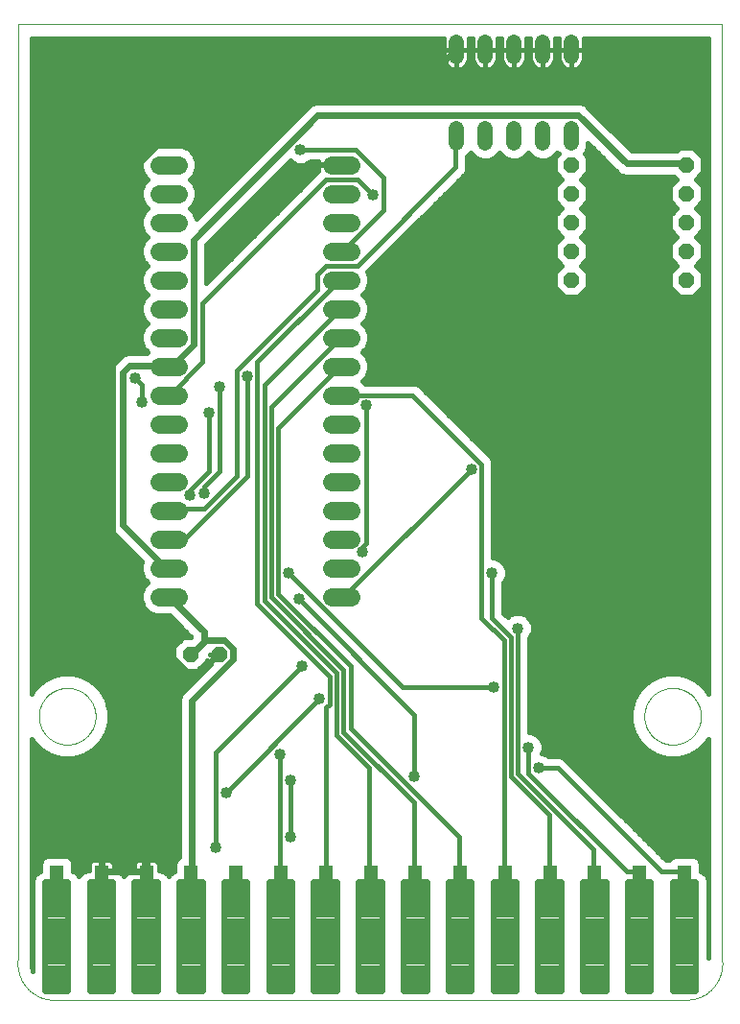
<source format=gbl>
G75*
%MOIN*%
%OFA0B0*%
%FSLAX25Y25*%
%IPPOS*%
%LPD*%
%AMOC8*
5,1,8,0,0,1.08239X$1,22.5*
%
%ADD10C,0.00000*%
%ADD11R,0.05000X0.05000*%
%ADD12C,0.02047*%
%ADD13C,0.06496*%
%ADD14OC8,0.05200*%
%ADD15C,0.05200*%
%ADD16C,0.01600*%
%ADD17C,0.04000*%
%ADD18C,0.02400*%
D10*
X0067595Y0047713D02*
X0067595Y0372634D01*
X0312516Y0372634D01*
X0312516Y0047713D01*
X0312517Y0047713D02*
X0312543Y0047410D01*
X0312563Y0047106D01*
X0312574Y0046802D01*
X0312579Y0046498D01*
X0312576Y0046194D01*
X0312566Y0045889D01*
X0312548Y0045586D01*
X0312524Y0045282D01*
X0312491Y0044980D01*
X0312452Y0044678D01*
X0312405Y0044377D01*
X0312351Y0044078D01*
X0312290Y0043780D01*
X0312221Y0043483D01*
X0312146Y0043189D01*
X0312063Y0042896D01*
X0311973Y0042605D01*
X0311877Y0042317D01*
X0311773Y0042030D01*
X0311663Y0041747D01*
X0311545Y0041466D01*
X0311421Y0041188D01*
X0311290Y0040914D01*
X0311153Y0040642D01*
X0311009Y0040374D01*
X0310859Y0040109D01*
X0310702Y0039849D01*
X0310539Y0039592D01*
X0310370Y0039339D01*
X0310195Y0039090D01*
X0310013Y0038845D01*
X0309826Y0038605D01*
X0309634Y0038370D01*
X0309435Y0038139D01*
X0309231Y0037913D01*
X0309022Y0037692D01*
X0308808Y0037477D01*
X0308588Y0037266D01*
X0308363Y0037061D01*
X0308133Y0036861D01*
X0307899Y0036667D01*
X0307660Y0036479D01*
X0307417Y0036296D01*
X0307169Y0036120D01*
X0306917Y0035949D01*
X0306661Y0035785D01*
X0306401Y0035627D01*
X0306137Y0035475D01*
X0305870Y0035330D01*
X0305599Y0035191D01*
X0305325Y0035058D01*
X0305048Y0034933D01*
X0304768Y0034814D01*
X0304485Y0034702D01*
X0304199Y0034596D01*
X0303911Y0034498D01*
X0303621Y0034407D01*
X0303329Y0034322D01*
X0303034Y0034245D01*
X0302738Y0034175D01*
X0302440Y0034112D01*
X0302141Y0034057D01*
X0301841Y0034008D01*
X0301539Y0033967D01*
X0301237Y0033933D01*
X0078875Y0033933D01*
X0078568Y0033968D01*
X0078262Y0034010D01*
X0077957Y0034059D01*
X0077653Y0034116D01*
X0077351Y0034180D01*
X0077050Y0034252D01*
X0076751Y0034331D01*
X0076455Y0034418D01*
X0076160Y0034512D01*
X0075868Y0034612D01*
X0075578Y0034720D01*
X0075292Y0034836D01*
X0075008Y0034958D01*
X0074727Y0035087D01*
X0074449Y0035223D01*
X0074175Y0035365D01*
X0073905Y0035515D01*
X0073638Y0035671D01*
X0073375Y0035833D01*
X0073116Y0036002D01*
X0072861Y0036177D01*
X0072611Y0036358D01*
X0072365Y0036546D01*
X0072124Y0036739D01*
X0071888Y0036939D01*
X0071657Y0037144D01*
X0071431Y0037354D01*
X0071210Y0037570D01*
X0070994Y0037792D01*
X0070784Y0038018D01*
X0070580Y0038250D01*
X0070381Y0038487D01*
X0070188Y0038729D01*
X0070002Y0038975D01*
X0069821Y0039225D01*
X0069646Y0039480D01*
X0069478Y0039740D01*
X0069316Y0040003D01*
X0069161Y0040270D01*
X0069012Y0040541D01*
X0068870Y0040816D01*
X0068735Y0041094D01*
X0068607Y0041375D01*
X0068485Y0041659D01*
X0068371Y0041946D01*
X0068264Y0042236D01*
X0068164Y0042528D01*
X0068071Y0042823D01*
X0067985Y0043120D01*
X0067907Y0043419D01*
X0067835Y0043720D01*
X0067772Y0044022D01*
X0067716Y0044326D01*
X0067667Y0044631D01*
X0067626Y0044937D01*
X0067592Y0045245D01*
X0067566Y0045553D01*
X0067547Y0045861D01*
X0067536Y0046170D01*
X0067533Y0046479D01*
X0067537Y0046788D01*
X0067549Y0047097D01*
X0067568Y0047405D01*
X0067595Y0047713D01*
X0074937Y0132358D02*
X0074940Y0132600D01*
X0074949Y0132841D01*
X0074964Y0133082D01*
X0074984Y0133323D01*
X0075011Y0133563D01*
X0075044Y0133802D01*
X0075082Y0134041D01*
X0075126Y0134278D01*
X0075176Y0134515D01*
X0075232Y0134750D01*
X0075294Y0134983D01*
X0075361Y0135215D01*
X0075434Y0135446D01*
X0075512Y0135674D01*
X0075597Y0135900D01*
X0075686Y0136125D01*
X0075781Y0136347D01*
X0075882Y0136566D01*
X0075988Y0136784D01*
X0076099Y0136998D01*
X0076216Y0137210D01*
X0076337Y0137418D01*
X0076464Y0137624D01*
X0076596Y0137826D01*
X0076733Y0138026D01*
X0076874Y0138221D01*
X0077020Y0138414D01*
X0077171Y0138602D01*
X0077327Y0138787D01*
X0077487Y0138968D01*
X0077651Y0139145D01*
X0077820Y0139318D01*
X0077993Y0139487D01*
X0078170Y0139651D01*
X0078351Y0139811D01*
X0078536Y0139967D01*
X0078724Y0140118D01*
X0078917Y0140264D01*
X0079112Y0140405D01*
X0079312Y0140542D01*
X0079514Y0140674D01*
X0079720Y0140801D01*
X0079928Y0140922D01*
X0080140Y0141039D01*
X0080354Y0141150D01*
X0080572Y0141256D01*
X0080791Y0141357D01*
X0081013Y0141452D01*
X0081238Y0141541D01*
X0081464Y0141626D01*
X0081692Y0141704D01*
X0081923Y0141777D01*
X0082155Y0141844D01*
X0082388Y0141906D01*
X0082623Y0141962D01*
X0082860Y0142012D01*
X0083097Y0142056D01*
X0083336Y0142094D01*
X0083575Y0142127D01*
X0083815Y0142154D01*
X0084056Y0142174D01*
X0084297Y0142189D01*
X0084538Y0142198D01*
X0084780Y0142201D01*
X0085022Y0142198D01*
X0085263Y0142189D01*
X0085504Y0142174D01*
X0085745Y0142154D01*
X0085985Y0142127D01*
X0086224Y0142094D01*
X0086463Y0142056D01*
X0086700Y0142012D01*
X0086937Y0141962D01*
X0087172Y0141906D01*
X0087405Y0141844D01*
X0087637Y0141777D01*
X0087868Y0141704D01*
X0088096Y0141626D01*
X0088322Y0141541D01*
X0088547Y0141452D01*
X0088769Y0141357D01*
X0088988Y0141256D01*
X0089206Y0141150D01*
X0089420Y0141039D01*
X0089632Y0140922D01*
X0089840Y0140801D01*
X0090046Y0140674D01*
X0090248Y0140542D01*
X0090448Y0140405D01*
X0090643Y0140264D01*
X0090836Y0140118D01*
X0091024Y0139967D01*
X0091209Y0139811D01*
X0091390Y0139651D01*
X0091567Y0139487D01*
X0091740Y0139318D01*
X0091909Y0139145D01*
X0092073Y0138968D01*
X0092233Y0138787D01*
X0092389Y0138602D01*
X0092540Y0138414D01*
X0092686Y0138221D01*
X0092827Y0138026D01*
X0092964Y0137826D01*
X0093096Y0137624D01*
X0093223Y0137418D01*
X0093344Y0137210D01*
X0093461Y0136998D01*
X0093572Y0136784D01*
X0093678Y0136566D01*
X0093779Y0136347D01*
X0093874Y0136125D01*
X0093963Y0135900D01*
X0094048Y0135674D01*
X0094126Y0135446D01*
X0094199Y0135215D01*
X0094266Y0134983D01*
X0094328Y0134750D01*
X0094384Y0134515D01*
X0094434Y0134278D01*
X0094478Y0134041D01*
X0094516Y0133802D01*
X0094549Y0133563D01*
X0094576Y0133323D01*
X0094596Y0133082D01*
X0094611Y0132841D01*
X0094620Y0132600D01*
X0094623Y0132358D01*
X0094620Y0132116D01*
X0094611Y0131875D01*
X0094596Y0131634D01*
X0094576Y0131393D01*
X0094549Y0131153D01*
X0094516Y0130914D01*
X0094478Y0130675D01*
X0094434Y0130438D01*
X0094384Y0130201D01*
X0094328Y0129966D01*
X0094266Y0129733D01*
X0094199Y0129501D01*
X0094126Y0129270D01*
X0094048Y0129042D01*
X0093963Y0128816D01*
X0093874Y0128591D01*
X0093779Y0128369D01*
X0093678Y0128150D01*
X0093572Y0127932D01*
X0093461Y0127718D01*
X0093344Y0127506D01*
X0093223Y0127298D01*
X0093096Y0127092D01*
X0092964Y0126890D01*
X0092827Y0126690D01*
X0092686Y0126495D01*
X0092540Y0126302D01*
X0092389Y0126114D01*
X0092233Y0125929D01*
X0092073Y0125748D01*
X0091909Y0125571D01*
X0091740Y0125398D01*
X0091567Y0125229D01*
X0091390Y0125065D01*
X0091209Y0124905D01*
X0091024Y0124749D01*
X0090836Y0124598D01*
X0090643Y0124452D01*
X0090448Y0124311D01*
X0090248Y0124174D01*
X0090046Y0124042D01*
X0089840Y0123915D01*
X0089632Y0123794D01*
X0089420Y0123677D01*
X0089206Y0123566D01*
X0088988Y0123460D01*
X0088769Y0123359D01*
X0088547Y0123264D01*
X0088322Y0123175D01*
X0088096Y0123090D01*
X0087868Y0123012D01*
X0087637Y0122939D01*
X0087405Y0122872D01*
X0087172Y0122810D01*
X0086937Y0122754D01*
X0086700Y0122704D01*
X0086463Y0122660D01*
X0086224Y0122622D01*
X0085985Y0122589D01*
X0085745Y0122562D01*
X0085504Y0122542D01*
X0085263Y0122527D01*
X0085022Y0122518D01*
X0084780Y0122515D01*
X0084538Y0122518D01*
X0084297Y0122527D01*
X0084056Y0122542D01*
X0083815Y0122562D01*
X0083575Y0122589D01*
X0083336Y0122622D01*
X0083097Y0122660D01*
X0082860Y0122704D01*
X0082623Y0122754D01*
X0082388Y0122810D01*
X0082155Y0122872D01*
X0081923Y0122939D01*
X0081692Y0123012D01*
X0081464Y0123090D01*
X0081238Y0123175D01*
X0081013Y0123264D01*
X0080791Y0123359D01*
X0080572Y0123460D01*
X0080354Y0123566D01*
X0080140Y0123677D01*
X0079928Y0123794D01*
X0079720Y0123915D01*
X0079514Y0124042D01*
X0079312Y0124174D01*
X0079112Y0124311D01*
X0078917Y0124452D01*
X0078724Y0124598D01*
X0078536Y0124749D01*
X0078351Y0124905D01*
X0078170Y0125065D01*
X0077993Y0125229D01*
X0077820Y0125398D01*
X0077651Y0125571D01*
X0077487Y0125748D01*
X0077327Y0125929D01*
X0077171Y0126114D01*
X0077020Y0126302D01*
X0076874Y0126495D01*
X0076733Y0126690D01*
X0076596Y0126890D01*
X0076464Y0127092D01*
X0076337Y0127298D01*
X0076216Y0127506D01*
X0076099Y0127718D01*
X0075988Y0127932D01*
X0075882Y0128150D01*
X0075781Y0128369D01*
X0075686Y0128591D01*
X0075597Y0128816D01*
X0075512Y0129042D01*
X0075434Y0129270D01*
X0075361Y0129501D01*
X0075294Y0129733D01*
X0075232Y0129966D01*
X0075176Y0130201D01*
X0075126Y0130438D01*
X0075082Y0130675D01*
X0075044Y0130914D01*
X0075011Y0131153D01*
X0074984Y0131393D01*
X0074964Y0131634D01*
X0074949Y0131875D01*
X0074940Y0132116D01*
X0074937Y0132358D01*
X0285488Y0132358D02*
X0285491Y0132600D01*
X0285500Y0132841D01*
X0285515Y0133082D01*
X0285535Y0133323D01*
X0285562Y0133563D01*
X0285595Y0133802D01*
X0285633Y0134041D01*
X0285677Y0134278D01*
X0285727Y0134515D01*
X0285783Y0134750D01*
X0285845Y0134983D01*
X0285912Y0135215D01*
X0285985Y0135446D01*
X0286063Y0135674D01*
X0286148Y0135900D01*
X0286237Y0136125D01*
X0286332Y0136347D01*
X0286433Y0136566D01*
X0286539Y0136784D01*
X0286650Y0136998D01*
X0286767Y0137210D01*
X0286888Y0137418D01*
X0287015Y0137624D01*
X0287147Y0137826D01*
X0287284Y0138026D01*
X0287425Y0138221D01*
X0287571Y0138414D01*
X0287722Y0138602D01*
X0287878Y0138787D01*
X0288038Y0138968D01*
X0288202Y0139145D01*
X0288371Y0139318D01*
X0288544Y0139487D01*
X0288721Y0139651D01*
X0288902Y0139811D01*
X0289087Y0139967D01*
X0289275Y0140118D01*
X0289468Y0140264D01*
X0289663Y0140405D01*
X0289863Y0140542D01*
X0290065Y0140674D01*
X0290271Y0140801D01*
X0290479Y0140922D01*
X0290691Y0141039D01*
X0290905Y0141150D01*
X0291123Y0141256D01*
X0291342Y0141357D01*
X0291564Y0141452D01*
X0291789Y0141541D01*
X0292015Y0141626D01*
X0292243Y0141704D01*
X0292474Y0141777D01*
X0292706Y0141844D01*
X0292939Y0141906D01*
X0293174Y0141962D01*
X0293411Y0142012D01*
X0293648Y0142056D01*
X0293887Y0142094D01*
X0294126Y0142127D01*
X0294366Y0142154D01*
X0294607Y0142174D01*
X0294848Y0142189D01*
X0295089Y0142198D01*
X0295331Y0142201D01*
X0295573Y0142198D01*
X0295814Y0142189D01*
X0296055Y0142174D01*
X0296296Y0142154D01*
X0296536Y0142127D01*
X0296775Y0142094D01*
X0297014Y0142056D01*
X0297251Y0142012D01*
X0297488Y0141962D01*
X0297723Y0141906D01*
X0297956Y0141844D01*
X0298188Y0141777D01*
X0298419Y0141704D01*
X0298647Y0141626D01*
X0298873Y0141541D01*
X0299098Y0141452D01*
X0299320Y0141357D01*
X0299539Y0141256D01*
X0299757Y0141150D01*
X0299971Y0141039D01*
X0300183Y0140922D01*
X0300391Y0140801D01*
X0300597Y0140674D01*
X0300799Y0140542D01*
X0300999Y0140405D01*
X0301194Y0140264D01*
X0301387Y0140118D01*
X0301575Y0139967D01*
X0301760Y0139811D01*
X0301941Y0139651D01*
X0302118Y0139487D01*
X0302291Y0139318D01*
X0302460Y0139145D01*
X0302624Y0138968D01*
X0302784Y0138787D01*
X0302940Y0138602D01*
X0303091Y0138414D01*
X0303237Y0138221D01*
X0303378Y0138026D01*
X0303515Y0137826D01*
X0303647Y0137624D01*
X0303774Y0137418D01*
X0303895Y0137210D01*
X0304012Y0136998D01*
X0304123Y0136784D01*
X0304229Y0136566D01*
X0304330Y0136347D01*
X0304425Y0136125D01*
X0304514Y0135900D01*
X0304599Y0135674D01*
X0304677Y0135446D01*
X0304750Y0135215D01*
X0304817Y0134983D01*
X0304879Y0134750D01*
X0304935Y0134515D01*
X0304985Y0134278D01*
X0305029Y0134041D01*
X0305067Y0133802D01*
X0305100Y0133563D01*
X0305127Y0133323D01*
X0305147Y0133082D01*
X0305162Y0132841D01*
X0305171Y0132600D01*
X0305174Y0132358D01*
X0305171Y0132116D01*
X0305162Y0131875D01*
X0305147Y0131634D01*
X0305127Y0131393D01*
X0305100Y0131153D01*
X0305067Y0130914D01*
X0305029Y0130675D01*
X0304985Y0130438D01*
X0304935Y0130201D01*
X0304879Y0129966D01*
X0304817Y0129733D01*
X0304750Y0129501D01*
X0304677Y0129270D01*
X0304599Y0129042D01*
X0304514Y0128816D01*
X0304425Y0128591D01*
X0304330Y0128369D01*
X0304229Y0128150D01*
X0304123Y0127932D01*
X0304012Y0127718D01*
X0303895Y0127506D01*
X0303774Y0127298D01*
X0303647Y0127092D01*
X0303515Y0126890D01*
X0303378Y0126690D01*
X0303237Y0126495D01*
X0303091Y0126302D01*
X0302940Y0126114D01*
X0302784Y0125929D01*
X0302624Y0125748D01*
X0302460Y0125571D01*
X0302291Y0125398D01*
X0302118Y0125229D01*
X0301941Y0125065D01*
X0301760Y0124905D01*
X0301575Y0124749D01*
X0301387Y0124598D01*
X0301194Y0124452D01*
X0300999Y0124311D01*
X0300799Y0124174D01*
X0300597Y0124042D01*
X0300391Y0123915D01*
X0300183Y0123794D01*
X0299971Y0123677D01*
X0299757Y0123566D01*
X0299539Y0123460D01*
X0299320Y0123359D01*
X0299098Y0123264D01*
X0298873Y0123175D01*
X0298647Y0123090D01*
X0298419Y0123012D01*
X0298188Y0122939D01*
X0297956Y0122872D01*
X0297723Y0122810D01*
X0297488Y0122754D01*
X0297251Y0122704D01*
X0297014Y0122660D01*
X0296775Y0122622D01*
X0296536Y0122589D01*
X0296296Y0122562D01*
X0296055Y0122542D01*
X0295814Y0122527D01*
X0295573Y0122518D01*
X0295331Y0122515D01*
X0295089Y0122518D01*
X0294848Y0122527D01*
X0294607Y0122542D01*
X0294366Y0122562D01*
X0294126Y0122589D01*
X0293887Y0122622D01*
X0293648Y0122660D01*
X0293411Y0122704D01*
X0293174Y0122754D01*
X0292939Y0122810D01*
X0292706Y0122872D01*
X0292474Y0122939D01*
X0292243Y0123012D01*
X0292015Y0123090D01*
X0291789Y0123175D01*
X0291564Y0123264D01*
X0291342Y0123359D01*
X0291123Y0123460D01*
X0290905Y0123566D01*
X0290691Y0123677D01*
X0290479Y0123794D01*
X0290271Y0123915D01*
X0290065Y0124042D01*
X0289863Y0124174D01*
X0289663Y0124311D01*
X0289468Y0124452D01*
X0289275Y0124598D01*
X0289087Y0124749D01*
X0288902Y0124905D01*
X0288721Y0125065D01*
X0288544Y0125229D01*
X0288371Y0125398D01*
X0288202Y0125571D01*
X0288038Y0125748D01*
X0287878Y0125929D01*
X0287722Y0126114D01*
X0287571Y0126302D01*
X0287425Y0126495D01*
X0287284Y0126690D01*
X0287147Y0126890D01*
X0287015Y0127092D01*
X0286888Y0127298D01*
X0286767Y0127506D01*
X0286650Y0127718D01*
X0286539Y0127932D01*
X0286433Y0128150D01*
X0286332Y0128369D01*
X0286237Y0128591D01*
X0286148Y0128816D01*
X0286063Y0129042D01*
X0285985Y0129270D01*
X0285912Y0129501D01*
X0285845Y0129733D01*
X0285783Y0129966D01*
X0285727Y0130201D01*
X0285677Y0130438D01*
X0285633Y0130675D01*
X0285595Y0130914D01*
X0285562Y0131153D01*
X0285535Y0131393D01*
X0285515Y0131634D01*
X0285500Y0131875D01*
X0285491Y0132116D01*
X0285488Y0132358D01*
D11*
X0283786Y0078211D03*
X0299376Y0078211D03*
X0268195Y0078211D03*
X0252605Y0078211D03*
X0237014Y0078211D03*
X0221424Y0078211D03*
X0205833Y0078211D03*
X0190243Y0078211D03*
X0174652Y0078211D03*
X0159061Y0078211D03*
X0143471Y0078211D03*
X0127880Y0078211D03*
X0112290Y0078211D03*
X0096699Y0078211D03*
X0081109Y0078211D03*
D12*
X0077014Y0074688D02*
X0077014Y0036734D01*
X0077014Y0074688D02*
X0085204Y0074688D01*
X0085204Y0036734D01*
X0077014Y0036734D01*
X0077014Y0038780D02*
X0085204Y0038780D01*
X0085204Y0040826D02*
X0077014Y0040826D01*
X0077014Y0042872D02*
X0085204Y0042872D01*
X0085204Y0044918D02*
X0077014Y0044918D01*
X0077014Y0046964D02*
X0085204Y0046964D01*
X0085204Y0049010D02*
X0077014Y0049010D01*
X0077014Y0051056D02*
X0085204Y0051056D01*
X0085204Y0053102D02*
X0077014Y0053102D01*
X0077014Y0055148D02*
X0085204Y0055148D01*
X0085204Y0057194D02*
X0077014Y0057194D01*
X0077014Y0059240D02*
X0085204Y0059240D01*
X0085204Y0061286D02*
X0077014Y0061286D01*
X0077014Y0063332D02*
X0085204Y0063332D01*
X0085204Y0065378D02*
X0077014Y0065378D01*
X0077014Y0067424D02*
X0085204Y0067424D01*
X0085204Y0069470D02*
X0077014Y0069470D01*
X0077014Y0071516D02*
X0085204Y0071516D01*
X0085204Y0073562D02*
X0077014Y0073562D01*
X0092604Y0074688D02*
X0092604Y0036734D01*
X0092604Y0074688D02*
X0100794Y0074688D01*
X0100794Y0036734D01*
X0092604Y0036734D01*
X0092604Y0038780D02*
X0100794Y0038780D01*
X0100794Y0040826D02*
X0092604Y0040826D01*
X0092604Y0042872D02*
X0100794Y0042872D01*
X0100794Y0044918D02*
X0092604Y0044918D01*
X0092604Y0046964D02*
X0100794Y0046964D01*
X0100794Y0049010D02*
X0092604Y0049010D01*
X0092604Y0051056D02*
X0100794Y0051056D01*
X0100794Y0053102D02*
X0092604Y0053102D01*
X0092604Y0055148D02*
X0100794Y0055148D01*
X0100794Y0057194D02*
X0092604Y0057194D01*
X0092604Y0059240D02*
X0100794Y0059240D01*
X0100794Y0061286D02*
X0092604Y0061286D01*
X0092604Y0063332D02*
X0100794Y0063332D01*
X0100794Y0065378D02*
X0092604Y0065378D01*
X0092604Y0067424D02*
X0100794Y0067424D01*
X0100794Y0069470D02*
X0092604Y0069470D01*
X0092604Y0071516D02*
X0100794Y0071516D01*
X0100794Y0073562D02*
X0092604Y0073562D01*
X0108195Y0074688D02*
X0108195Y0036734D01*
X0108195Y0074688D02*
X0116385Y0074688D01*
X0116385Y0036734D01*
X0108195Y0036734D01*
X0108195Y0038780D02*
X0116385Y0038780D01*
X0116385Y0040826D02*
X0108195Y0040826D01*
X0108195Y0042872D02*
X0116385Y0042872D01*
X0116385Y0044918D02*
X0108195Y0044918D01*
X0108195Y0046964D02*
X0116385Y0046964D01*
X0116385Y0049010D02*
X0108195Y0049010D01*
X0108195Y0051056D02*
X0116385Y0051056D01*
X0116385Y0053102D02*
X0108195Y0053102D01*
X0108195Y0055148D02*
X0116385Y0055148D01*
X0116385Y0057194D02*
X0108195Y0057194D01*
X0108195Y0059240D02*
X0116385Y0059240D01*
X0116385Y0061286D02*
X0108195Y0061286D01*
X0108195Y0063332D02*
X0116385Y0063332D01*
X0116385Y0065378D02*
X0108195Y0065378D01*
X0108195Y0067424D02*
X0116385Y0067424D01*
X0116385Y0069470D02*
X0108195Y0069470D01*
X0108195Y0071516D02*
X0116385Y0071516D01*
X0116385Y0073562D02*
X0108195Y0073562D01*
X0123785Y0074688D02*
X0123785Y0036734D01*
X0123785Y0074688D02*
X0131975Y0074688D01*
X0131975Y0036734D01*
X0123785Y0036734D01*
X0123785Y0038780D02*
X0131975Y0038780D01*
X0131975Y0040826D02*
X0123785Y0040826D01*
X0123785Y0042872D02*
X0131975Y0042872D01*
X0131975Y0044918D02*
X0123785Y0044918D01*
X0123785Y0046964D02*
X0131975Y0046964D01*
X0131975Y0049010D02*
X0123785Y0049010D01*
X0123785Y0051056D02*
X0131975Y0051056D01*
X0131975Y0053102D02*
X0123785Y0053102D01*
X0123785Y0055148D02*
X0131975Y0055148D01*
X0131975Y0057194D02*
X0123785Y0057194D01*
X0123785Y0059240D02*
X0131975Y0059240D01*
X0131975Y0061286D02*
X0123785Y0061286D01*
X0123785Y0063332D02*
X0131975Y0063332D01*
X0131975Y0065378D02*
X0123785Y0065378D01*
X0123785Y0067424D02*
X0131975Y0067424D01*
X0131975Y0069470D02*
X0123785Y0069470D01*
X0123785Y0071516D02*
X0131975Y0071516D01*
X0131975Y0073562D02*
X0123785Y0073562D01*
X0139376Y0074688D02*
X0139376Y0036734D01*
X0139376Y0074688D02*
X0147566Y0074688D01*
X0147566Y0036734D01*
X0139376Y0036734D01*
X0139376Y0038780D02*
X0147566Y0038780D01*
X0147566Y0040826D02*
X0139376Y0040826D01*
X0139376Y0042872D02*
X0147566Y0042872D01*
X0147566Y0044918D02*
X0139376Y0044918D01*
X0139376Y0046964D02*
X0147566Y0046964D01*
X0147566Y0049010D02*
X0139376Y0049010D01*
X0139376Y0051056D02*
X0147566Y0051056D01*
X0147566Y0053102D02*
X0139376Y0053102D01*
X0139376Y0055148D02*
X0147566Y0055148D01*
X0147566Y0057194D02*
X0139376Y0057194D01*
X0139376Y0059240D02*
X0147566Y0059240D01*
X0147566Y0061286D02*
X0139376Y0061286D01*
X0139376Y0063332D02*
X0147566Y0063332D01*
X0147566Y0065378D02*
X0139376Y0065378D01*
X0139376Y0067424D02*
X0147566Y0067424D01*
X0147566Y0069470D02*
X0139376Y0069470D01*
X0139376Y0071516D02*
X0147566Y0071516D01*
X0147566Y0073562D02*
X0139376Y0073562D01*
X0154966Y0074688D02*
X0154966Y0036734D01*
X0154966Y0074688D02*
X0163156Y0074688D01*
X0163156Y0036734D01*
X0154966Y0036734D01*
X0154966Y0038780D02*
X0163156Y0038780D01*
X0163156Y0040826D02*
X0154966Y0040826D01*
X0154966Y0042872D02*
X0163156Y0042872D01*
X0163156Y0044918D02*
X0154966Y0044918D01*
X0154966Y0046964D02*
X0163156Y0046964D01*
X0163156Y0049010D02*
X0154966Y0049010D01*
X0154966Y0051056D02*
X0163156Y0051056D01*
X0163156Y0053102D02*
X0154966Y0053102D01*
X0154966Y0055148D02*
X0163156Y0055148D01*
X0163156Y0057194D02*
X0154966Y0057194D01*
X0154966Y0059240D02*
X0163156Y0059240D01*
X0163156Y0061286D02*
X0154966Y0061286D01*
X0154966Y0063332D02*
X0163156Y0063332D01*
X0163156Y0065378D02*
X0154966Y0065378D01*
X0154966Y0067424D02*
X0163156Y0067424D01*
X0163156Y0069470D02*
X0154966Y0069470D01*
X0154966Y0071516D02*
X0163156Y0071516D01*
X0163156Y0073562D02*
X0154966Y0073562D01*
X0170557Y0074688D02*
X0170557Y0036734D01*
X0170557Y0074688D02*
X0178747Y0074688D01*
X0178747Y0036734D01*
X0170557Y0036734D01*
X0170557Y0038780D02*
X0178747Y0038780D01*
X0178747Y0040826D02*
X0170557Y0040826D01*
X0170557Y0042872D02*
X0178747Y0042872D01*
X0178747Y0044918D02*
X0170557Y0044918D01*
X0170557Y0046964D02*
X0178747Y0046964D01*
X0178747Y0049010D02*
X0170557Y0049010D01*
X0170557Y0051056D02*
X0178747Y0051056D01*
X0178747Y0053102D02*
X0170557Y0053102D01*
X0170557Y0055148D02*
X0178747Y0055148D01*
X0178747Y0057194D02*
X0170557Y0057194D01*
X0170557Y0059240D02*
X0178747Y0059240D01*
X0178747Y0061286D02*
X0170557Y0061286D01*
X0170557Y0063332D02*
X0178747Y0063332D01*
X0178747Y0065378D02*
X0170557Y0065378D01*
X0170557Y0067424D02*
X0178747Y0067424D01*
X0178747Y0069470D02*
X0170557Y0069470D01*
X0170557Y0071516D02*
X0178747Y0071516D01*
X0178747Y0073562D02*
X0170557Y0073562D01*
X0186148Y0074688D02*
X0186148Y0036734D01*
X0186148Y0074688D02*
X0194338Y0074688D01*
X0194338Y0036734D01*
X0186148Y0036734D01*
X0186148Y0038780D02*
X0194338Y0038780D01*
X0194338Y0040826D02*
X0186148Y0040826D01*
X0186148Y0042872D02*
X0194338Y0042872D01*
X0194338Y0044918D02*
X0186148Y0044918D01*
X0186148Y0046964D02*
X0194338Y0046964D01*
X0194338Y0049010D02*
X0186148Y0049010D01*
X0186148Y0051056D02*
X0194338Y0051056D01*
X0194338Y0053102D02*
X0186148Y0053102D01*
X0186148Y0055148D02*
X0194338Y0055148D01*
X0194338Y0057194D02*
X0186148Y0057194D01*
X0186148Y0059240D02*
X0194338Y0059240D01*
X0194338Y0061286D02*
X0186148Y0061286D01*
X0186148Y0063332D02*
X0194338Y0063332D01*
X0194338Y0065378D02*
X0186148Y0065378D01*
X0186148Y0067424D02*
X0194338Y0067424D01*
X0194338Y0069470D02*
X0186148Y0069470D01*
X0186148Y0071516D02*
X0194338Y0071516D01*
X0194338Y0073562D02*
X0186148Y0073562D01*
X0201738Y0074688D02*
X0201738Y0036734D01*
X0201738Y0074688D02*
X0209928Y0074688D01*
X0209928Y0036734D01*
X0201738Y0036734D01*
X0201738Y0038780D02*
X0209928Y0038780D01*
X0209928Y0040826D02*
X0201738Y0040826D01*
X0201738Y0042872D02*
X0209928Y0042872D01*
X0209928Y0044918D02*
X0201738Y0044918D01*
X0201738Y0046964D02*
X0209928Y0046964D01*
X0209928Y0049010D02*
X0201738Y0049010D01*
X0201738Y0051056D02*
X0209928Y0051056D01*
X0209928Y0053102D02*
X0201738Y0053102D01*
X0201738Y0055148D02*
X0209928Y0055148D01*
X0209928Y0057194D02*
X0201738Y0057194D01*
X0201738Y0059240D02*
X0209928Y0059240D01*
X0209928Y0061286D02*
X0201738Y0061286D01*
X0201738Y0063332D02*
X0209928Y0063332D01*
X0209928Y0065378D02*
X0201738Y0065378D01*
X0201738Y0067424D02*
X0209928Y0067424D01*
X0209928Y0069470D02*
X0201738Y0069470D01*
X0201738Y0071516D02*
X0209928Y0071516D01*
X0209928Y0073562D02*
X0201738Y0073562D01*
X0217329Y0074688D02*
X0217329Y0036734D01*
X0217329Y0074688D02*
X0225519Y0074688D01*
X0225519Y0036734D01*
X0217329Y0036734D01*
X0217329Y0038780D02*
X0225519Y0038780D01*
X0225519Y0040826D02*
X0217329Y0040826D01*
X0217329Y0042872D02*
X0225519Y0042872D01*
X0225519Y0044918D02*
X0217329Y0044918D01*
X0217329Y0046964D02*
X0225519Y0046964D01*
X0225519Y0049010D02*
X0217329Y0049010D01*
X0217329Y0051056D02*
X0225519Y0051056D01*
X0225519Y0053102D02*
X0217329Y0053102D01*
X0217329Y0055148D02*
X0225519Y0055148D01*
X0225519Y0057194D02*
X0217329Y0057194D01*
X0217329Y0059240D02*
X0225519Y0059240D01*
X0225519Y0061286D02*
X0217329Y0061286D01*
X0217329Y0063332D02*
X0225519Y0063332D01*
X0225519Y0065378D02*
X0217329Y0065378D01*
X0217329Y0067424D02*
X0225519Y0067424D01*
X0225519Y0069470D02*
X0217329Y0069470D01*
X0217329Y0071516D02*
X0225519Y0071516D01*
X0225519Y0073562D02*
X0217329Y0073562D01*
X0232919Y0074688D02*
X0232919Y0036734D01*
X0232919Y0074688D02*
X0241109Y0074688D01*
X0241109Y0036734D01*
X0232919Y0036734D01*
X0232919Y0038780D02*
X0241109Y0038780D01*
X0241109Y0040826D02*
X0232919Y0040826D01*
X0232919Y0042872D02*
X0241109Y0042872D01*
X0241109Y0044918D02*
X0232919Y0044918D01*
X0232919Y0046964D02*
X0241109Y0046964D01*
X0241109Y0049010D02*
X0232919Y0049010D01*
X0232919Y0051056D02*
X0241109Y0051056D01*
X0241109Y0053102D02*
X0232919Y0053102D01*
X0232919Y0055148D02*
X0241109Y0055148D01*
X0241109Y0057194D02*
X0232919Y0057194D01*
X0232919Y0059240D02*
X0241109Y0059240D01*
X0241109Y0061286D02*
X0232919Y0061286D01*
X0232919Y0063332D02*
X0241109Y0063332D01*
X0241109Y0065378D02*
X0232919Y0065378D01*
X0232919Y0067424D02*
X0241109Y0067424D01*
X0241109Y0069470D02*
X0232919Y0069470D01*
X0232919Y0071516D02*
X0241109Y0071516D01*
X0241109Y0073562D02*
X0232919Y0073562D01*
X0248510Y0074688D02*
X0248510Y0036734D01*
X0248510Y0074688D02*
X0256700Y0074688D01*
X0256700Y0036734D01*
X0248510Y0036734D01*
X0248510Y0038780D02*
X0256700Y0038780D01*
X0256700Y0040826D02*
X0248510Y0040826D01*
X0248510Y0042872D02*
X0256700Y0042872D01*
X0256700Y0044918D02*
X0248510Y0044918D01*
X0248510Y0046964D02*
X0256700Y0046964D01*
X0256700Y0049010D02*
X0248510Y0049010D01*
X0248510Y0051056D02*
X0256700Y0051056D01*
X0256700Y0053102D02*
X0248510Y0053102D01*
X0248510Y0055148D02*
X0256700Y0055148D01*
X0256700Y0057194D02*
X0248510Y0057194D01*
X0248510Y0059240D02*
X0256700Y0059240D01*
X0256700Y0061286D02*
X0248510Y0061286D01*
X0248510Y0063332D02*
X0256700Y0063332D01*
X0256700Y0065378D02*
X0248510Y0065378D01*
X0248510Y0067424D02*
X0256700Y0067424D01*
X0256700Y0069470D02*
X0248510Y0069470D01*
X0248510Y0071516D02*
X0256700Y0071516D01*
X0256700Y0073562D02*
X0248510Y0073562D01*
X0264100Y0074688D02*
X0264100Y0036734D01*
X0264100Y0074688D02*
X0272290Y0074688D01*
X0272290Y0036734D01*
X0264100Y0036734D01*
X0264100Y0038780D02*
X0272290Y0038780D01*
X0272290Y0040826D02*
X0264100Y0040826D01*
X0264100Y0042872D02*
X0272290Y0042872D01*
X0272290Y0044918D02*
X0264100Y0044918D01*
X0264100Y0046964D02*
X0272290Y0046964D01*
X0272290Y0049010D02*
X0264100Y0049010D01*
X0264100Y0051056D02*
X0272290Y0051056D01*
X0272290Y0053102D02*
X0264100Y0053102D01*
X0264100Y0055148D02*
X0272290Y0055148D01*
X0272290Y0057194D02*
X0264100Y0057194D01*
X0264100Y0059240D02*
X0272290Y0059240D01*
X0272290Y0061286D02*
X0264100Y0061286D01*
X0264100Y0063332D02*
X0272290Y0063332D01*
X0272290Y0065378D02*
X0264100Y0065378D01*
X0264100Y0067424D02*
X0272290Y0067424D01*
X0272290Y0069470D02*
X0264100Y0069470D01*
X0264100Y0071516D02*
X0272290Y0071516D01*
X0272290Y0073562D02*
X0264100Y0073562D01*
X0279691Y0074688D02*
X0279691Y0036734D01*
X0279691Y0074688D02*
X0287881Y0074688D01*
X0287881Y0036734D01*
X0279691Y0036734D01*
X0279691Y0038780D02*
X0287881Y0038780D01*
X0287881Y0040826D02*
X0279691Y0040826D01*
X0279691Y0042872D02*
X0287881Y0042872D01*
X0287881Y0044918D02*
X0279691Y0044918D01*
X0279691Y0046964D02*
X0287881Y0046964D01*
X0287881Y0049010D02*
X0279691Y0049010D01*
X0279691Y0051056D02*
X0287881Y0051056D01*
X0287881Y0053102D02*
X0279691Y0053102D01*
X0279691Y0055148D02*
X0287881Y0055148D01*
X0287881Y0057194D02*
X0279691Y0057194D01*
X0279691Y0059240D02*
X0287881Y0059240D01*
X0287881Y0061286D02*
X0279691Y0061286D01*
X0279691Y0063332D02*
X0287881Y0063332D01*
X0287881Y0065378D02*
X0279691Y0065378D01*
X0279691Y0067424D02*
X0287881Y0067424D01*
X0287881Y0069470D02*
X0279691Y0069470D01*
X0279691Y0071516D02*
X0287881Y0071516D01*
X0287881Y0073562D02*
X0279691Y0073562D01*
X0295281Y0074688D02*
X0295281Y0036734D01*
X0295281Y0074688D02*
X0303471Y0074688D01*
X0303471Y0036734D01*
X0295281Y0036734D01*
X0295281Y0038780D02*
X0303471Y0038780D01*
X0303471Y0040826D02*
X0295281Y0040826D01*
X0295281Y0042872D02*
X0303471Y0042872D01*
X0303471Y0044918D02*
X0295281Y0044918D01*
X0295281Y0046964D02*
X0303471Y0046964D01*
X0303471Y0049010D02*
X0295281Y0049010D01*
X0295281Y0051056D02*
X0303471Y0051056D01*
X0303471Y0053102D02*
X0295281Y0053102D01*
X0295281Y0055148D02*
X0303471Y0055148D01*
X0303471Y0057194D02*
X0295281Y0057194D01*
X0295281Y0059240D02*
X0303471Y0059240D01*
X0303471Y0061286D02*
X0295281Y0061286D01*
X0295281Y0063332D02*
X0303471Y0063332D01*
X0303471Y0065378D02*
X0295281Y0065378D01*
X0295281Y0067424D02*
X0303471Y0067424D01*
X0303471Y0069470D02*
X0295281Y0069470D01*
X0295281Y0071516D02*
X0303471Y0071516D01*
X0303471Y0073562D02*
X0295281Y0073562D01*
D13*
X0183343Y0173933D02*
X0176847Y0173933D01*
X0176847Y0183933D02*
X0183343Y0183933D01*
X0183343Y0193933D02*
X0176847Y0193933D01*
X0176847Y0203933D02*
X0183343Y0203933D01*
X0183343Y0213933D02*
X0176847Y0213933D01*
X0176847Y0223933D02*
X0183343Y0223933D01*
X0183343Y0233933D02*
X0176847Y0233933D01*
X0176847Y0243933D02*
X0183343Y0243933D01*
X0183343Y0253933D02*
X0176847Y0253933D01*
X0176847Y0263933D02*
X0183343Y0263933D01*
X0183343Y0273933D02*
X0176847Y0273933D01*
X0176847Y0283933D02*
X0183343Y0283933D01*
X0183343Y0293933D02*
X0176847Y0293933D01*
X0176847Y0303933D02*
X0183343Y0303933D01*
X0183343Y0313933D02*
X0176847Y0313933D01*
X0176847Y0323933D02*
X0183343Y0323933D01*
X0123343Y0323933D02*
X0116847Y0323933D01*
X0116847Y0313933D02*
X0123343Y0313933D01*
X0123343Y0303933D02*
X0116847Y0303933D01*
X0116847Y0293933D02*
X0123343Y0293933D01*
X0123343Y0283933D02*
X0116847Y0283933D01*
X0116847Y0273933D02*
X0123343Y0273933D01*
X0123343Y0263933D02*
X0116847Y0263933D01*
X0116847Y0253933D02*
X0123343Y0253933D01*
X0123343Y0243933D02*
X0116847Y0243933D01*
X0116847Y0233933D02*
X0123343Y0233933D01*
X0123343Y0223933D02*
X0116847Y0223933D01*
X0116847Y0213933D02*
X0123343Y0213933D01*
X0123343Y0203933D02*
X0116847Y0203933D01*
X0116847Y0193933D02*
X0123343Y0193933D01*
X0123343Y0183933D02*
X0116847Y0183933D01*
X0116847Y0173933D02*
X0123343Y0173933D01*
D14*
X0127595Y0153933D03*
X0137595Y0153933D03*
X0260095Y0283933D03*
X0260095Y0293933D03*
X0260095Y0303933D03*
X0260095Y0313933D03*
X0260095Y0323933D03*
X0300095Y0323933D03*
X0300095Y0313933D03*
X0300095Y0303933D03*
X0300095Y0293933D03*
X0300095Y0283933D03*
D15*
X0260095Y0331333D02*
X0260095Y0336533D01*
X0250095Y0336533D02*
X0250095Y0331333D01*
X0240095Y0331333D02*
X0240095Y0336533D01*
X0230095Y0336533D02*
X0230095Y0331333D01*
X0220095Y0331333D02*
X0220095Y0336533D01*
X0220095Y0361333D02*
X0220095Y0366533D01*
X0230095Y0366533D02*
X0230095Y0361333D01*
X0240095Y0361333D02*
X0240095Y0366533D01*
X0250095Y0366533D02*
X0250095Y0361333D01*
X0260095Y0361333D02*
X0260095Y0366533D01*
D16*
X0260095Y0363933D02*
X0255695Y0363933D01*
X0255695Y0360987D01*
X0255803Y0360303D01*
X0256017Y0359644D01*
X0256332Y0359027D01*
X0256739Y0358467D01*
X0257229Y0357977D01*
X0257789Y0357570D01*
X0258406Y0357255D01*
X0259065Y0357041D01*
X0259749Y0356933D01*
X0260095Y0356933D01*
X0260095Y0363933D01*
X0255695Y0363933D01*
X0255695Y0366879D01*
X0255803Y0367563D01*
X0255891Y0367834D01*
X0254299Y0367834D01*
X0254387Y0367563D01*
X0254495Y0366879D01*
X0254495Y0363933D01*
X0250095Y0363933D01*
X0245695Y0363933D01*
X0245695Y0360987D01*
X0245803Y0360303D01*
X0246017Y0359644D01*
X0246332Y0359027D01*
X0246739Y0358467D01*
X0247229Y0357977D01*
X0247789Y0357570D01*
X0248406Y0357255D01*
X0249065Y0357041D01*
X0249749Y0356933D01*
X0250095Y0356933D01*
X0250095Y0363933D01*
X0250095Y0363933D01*
X0250095Y0363933D01*
X0245695Y0363933D01*
X0245695Y0366879D01*
X0245803Y0367563D01*
X0245891Y0367834D01*
X0244299Y0367834D01*
X0244387Y0367563D01*
X0244495Y0366879D01*
X0244495Y0363933D01*
X0240095Y0363933D01*
X0235695Y0363933D01*
X0235695Y0360987D01*
X0235803Y0360303D01*
X0236017Y0359644D01*
X0236332Y0359027D01*
X0236739Y0358467D01*
X0237229Y0357977D01*
X0237789Y0357570D01*
X0238406Y0357255D01*
X0239065Y0357041D01*
X0239749Y0356933D01*
X0240095Y0356933D01*
X0240095Y0363933D01*
X0240095Y0363933D01*
X0240095Y0363933D01*
X0235695Y0363933D01*
X0235695Y0366879D01*
X0235803Y0367563D01*
X0235891Y0367834D01*
X0234299Y0367834D01*
X0234387Y0367563D01*
X0234495Y0366879D01*
X0234495Y0363933D01*
X0230095Y0363933D01*
X0225695Y0363933D01*
X0225695Y0360987D01*
X0225803Y0360303D01*
X0226017Y0359644D01*
X0226332Y0359027D01*
X0226739Y0358467D01*
X0227229Y0357977D01*
X0227789Y0357570D01*
X0228406Y0357255D01*
X0229065Y0357041D01*
X0229749Y0356933D01*
X0230095Y0356933D01*
X0230095Y0363933D01*
X0230095Y0363933D01*
X0230095Y0363933D01*
X0225695Y0363933D01*
X0225695Y0366879D01*
X0225803Y0367563D01*
X0225891Y0367834D01*
X0224299Y0367834D01*
X0224387Y0367563D01*
X0224495Y0366879D01*
X0224495Y0363933D01*
X0220095Y0363933D01*
X0215695Y0363933D01*
X0215695Y0360987D01*
X0215803Y0360303D01*
X0216017Y0359644D01*
X0216332Y0359027D01*
X0216739Y0358467D01*
X0217229Y0357977D01*
X0217789Y0357570D01*
X0218406Y0357255D01*
X0219065Y0357041D01*
X0219749Y0356933D01*
X0220095Y0356933D01*
X0220095Y0363933D01*
X0220095Y0363933D01*
X0220095Y0363933D01*
X0215695Y0363933D01*
X0215695Y0366879D01*
X0215803Y0367563D01*
X0215891Y0367834D01*
X0072395Y0367834D01*
X0072395Y0140192D01*
X0073063Y0141349D01*
X0075789Y0144075D01*
X0079128Y0146003D01*
X0082852Y0147001D01*
X0086708Y0147001D01*
X0090432Y0146003D01*
X0093771Y0144075D01*
X0096497Y0141349D01*
X0098425Y0138010D01*
X0099423Y0134286D01*
X0099423Y0130431D01*
X0098425Y0126706D01*
X0096497Y0123368D01*
X0093771Y0120641D01*
X0090432Y0118714D01*
X0086708Y0117716D01*
X0082852Y0117716D01*
X0079128Y0118714D01*
X0075789Y0120641D01*
X0073063Y0123368D01*
X0072395Y0124525D01*
X0072395Y0048422D01*
X0072466Y0048186D01*
X0072395Y0047474D01*
X0072395Y0046758D01*
X0072352Y0046653D01*
X0072337Y0046217D01*
X0072666Y0044210D01*
X0072791Y0043933D01*
X0072791Y0075527D01*
X0073434Y0077079D01*
X0074622Y0078268D01*
X0075409Y0078594D01*
X0075409Y0081347D01*
X0075896Y0082523D01*
X0076796Y0083423D01*
X0077972Y0083911D01*
X0084245Y0083911D01*
X0085421Y0083423D01*
X0086322Y0082523D01*
X0086809Y0081347D01*
X0086809Y0078594D01*
X0087596Y0078268D01*
X0088784Y0077079D01*
X0088904Y0076789D01*
X0089024Y0077079D01*
X0090212Y0078268D01*
X0091765Y0078911D01*
X0092399Y0078911D01*
X0092399Y0080948D01*
X0092522Y0081405D01*
X0092759Y0081816D01*
X0093094Y0082151D01*
X0093504Y0082388D01*
X0093962Y0082511D01*
X0096249Y0082511D01*
X0096249Y0078911D01*
X0097149Y0078911D01*
X0097149Y0082511D01*
X0099436Y0082511D01*
X0099894Y0082388D01*
X0100304Y0082151D01*
X0100640Y0081816D01*
X0100877Y0081405D01*
X0100999Y0080948D01*
X0100999Y0078911D01*
X0101634Y0078911D01*
X0103186Y0078268D01*
X0104374Y0077079D01*
X0104495Y0076789D01*
X0104615Y0077079D01*
X0105803Y0078268D01*
X0107355Y0078911D01*
X0107990Y0078911D01*
X0107990Y0080948D01*
X0108112Y0081405D01*
X0108349Y0081816D01*
X0108685Y0082151D01*
X0109095Y0082388D01*
X0109553Y0082511D01*
X0111840Y0082511D01*
X0111840Y0078911D01*
X0112740Y0078911D01*
X0112740Y0082511D01*
X0115027Y0082511D01*
X0115485Y0082388D01*
X0115895Y0082151D01*
X0116230Y0081816D01*
X0116467Y0081405D01*
X0116590Y0080948D01*
X0116590Y0078911D01*
X0117224Y0078911D01*
X0118777Y0078268D01*
X0119965Y0077079D01*
X0120085Y0076789D01*
X0120205Y0077079D01*
X0121393Y0078268D01*
X0122180Y0078594D01*
X0122180Y0081347D01*
X0122668Y0082523D01*
X0123568Y0083423D01*
X0123695Y0083476D01*
X0123695Y0138608D01*
X0124365Y0140225D01*
X0134723Y0150583D01*
X0133395Y0151911D01*
X0133395Y0151531D01*
X0129998Y0148133D01*
X0125193Y0148133D01*
X0121795Y0151531D01*
X0121795Y0156335D01*
X0125193Y0159733D01*
X0127673Y0159733D01*
X0127873Y0159933D01*
X0120321Y0167485D01*
X0115565Y0167485D01*
X0113195Y0168467D01*
X0111381Y0170281D01*
X0110399Y0172650D01*
X0110399Y0175216D01*
X0111381Y0177586D01*
X0112728Y0178933D01*
X0111381Y0180281D01*
X0110399Y0182650D01*
X0110399Y0185216D01*
X0110748Y0186058D01*
X0100365Y0196441D01*
X0099695Y0198058D01*
X0099695Y0252608D01*
X0100365Y0254225D01*
X0101603Y0255463D01*
X0104003Y0257863D01*
X0105620Y0258533D01*
X0112328Y0258533D01*
X0112728Y0258933D01*
X0111381Y0260281D01*
X0110399Y0262650D01*
X0110399Y0265216D01*
X0111381Y0267586D01*
X0112728Y0268933D01*
X0111381Y0270281D01*
X0110399Y0272650D01*
X0110399Y0275216D01*
X0111381Y0277586D01*
X0112728Y0278933D01*
X0111381Y0280281D01*
X0110399Y0282650D01*
X0110399Y0285216D01*
X0111381Y0287586D01*
X0112728Y0288933D01*
X0111381Y0290281D01*
X0110399Y0292650D01*
X0110399Y0295216D01*
X0111381Y0297586D01*
X0112728Y0298933D01*
X0111381Y0300281D01*
X0110399Y0302650D01*
X0110399Y0305216D01*
X0111381Y0307586D01*
X0112728Y0308933D01*
X0111381Y0310281D01*
X0110399Y0312650D01*
X0110399Y0315216D01*
X0111381Y0317586D01*
X0112728Y0318933D01*
X0111381Y0320281D01*
X0110399Y0322650D01*
X0110399Y0325216D01*
X0111381Y0327586D01*
X0113195Y0329399D01*
X0115565Y0330381D01*
X0124626Y0330381D01*
X0126996Y0329399D01*
X0128810Y0327586D01*
X0129791Y0325216D01*
X0129791Y0322650D01*
X0128810Y0320281D01*
X0127462Y0318933D01*
X0128810Y0317586D01*
X0129791Y0315216D01*
X0129791Y0312650D01*
X0128810Y0310281D01*
X0127462Y0308933D01*
X0128810Y0307586D01*
X0129781Y0305241D01*
X0169403Y0344863D01*
X0171020Y0345533D01*
X0263370Y0345533D01*
X0264988Y0344863D01*
X0266225Y0343625D01*
X0281118Y0328733D01*
X0296693Y0328733D01*
X0297693Y0329733D01*
X0302498Y0329733D01*
X0305895Y0326335D01*
X0305895Y0321531D01*
X0303298Y0318933D01*
X0305895Y0316335D01*
X0305895Y0311531D01*
X0303298Y0308933D01*
X0305895Y0306335D01*
X0305895Y0301531D01*
X0303298Y0298933D01*
X0305895Y0296335D01*
X0305895Y0291531D01*
X0303298Y0288933D01*
X0305895Y0286335D01*
X0305895Y0281531D01*
X0302498Y0278133D01*
X0297693Y0278133D01*
X0294295Y0281531D01*
X0294295Y0286335D01*
X0296893Y0288933D01*
X0294295Y0291531D01*
X0294295Y0296335D01*
X0296893Y0298933D01*
X0294295Y0301531D01*
X0294295Y0306335D01*
X0296893Y0308933D01*
X0294295Y0311531D01*
X0294295Y0316335D01*
X0296893Y0318933D01*
X0295893Y0319933D01*
X0278420Y0319933D01*
X0276803Y0320603D01*
X0265895Y0331511D01*
X0265895Y0330179D01*
X0265012Y0328048D01*
X0264598Y0327633D01*
X0265895Y0326335D01*
X0265895Y0321531D01*
X0263298Y0318933D01*
X0265895Y0316335D01*
X0265895Y0311531D01*
X0263298Y0308933D01*
X0265895Y0306335D01*
X0265895Y0301531D01*
X0263298Y0298933D01*
X0265895Y0296335D01*
X0265895Y0291531D01*
X0263298Y0288933D01*
X0265895Y0286335D01*
X0265895Y0281531D01*
X0262498Y0278133D01*
X0257693Y0278133D01*
X0254295Y0281531D01*
X0254295Y0286335D01*
X0256893Y0288933D01*
X0254295Y0291531D01*
X0254295Y0296335D01*
X0256893Y0298933D01*
X0254295Y0301531D01*
X0254295Y0306335D01*
X0256893Y0308933D01*
X0254295Y0311531D01*
X0254295Y0316335D01*
X0256893Y0318933D01*
X0254295Y0321531D01*
X0254295Y0326335D01*
X0255593Y0327633D01*
X0255178Y0328048D01*
X0255095Y0328248D01*
X0255012Y0328048D01*
X0253381Y0326416D01*
X0251249Y0325533D01*
X0248941Y0325533D01*
X0246810Y0326416D01*
X0245178Y0328048D01*
X0245095Y0328248D01*
X0245012Y0328048D01*
X0243381Y0326416D01*
X0241249Y0325533D01*
X0238941Y0325533D01*
X0236810Y0326416D01*
X0235178Y0328048D01*
X0235095Y0328248D01*
X0235012Y0328048D01*
X0233381Y0326416D01*
X0231249Y0325533D01*
X0228941Y0325533D01*
X0226810Y0326416D01*
X0225178Y0328048D01*
X0225095Y0328248D01*
X0225012Y0328048D01*
X0223895Y0326931D01*
X0223895Y0322337D01*
X0223286Y0320867D01*
X0189160Y0286741D01*
X0189791Y0285216D01*
X0189791Y0282650D01*
X0188810Y0280281D01*
X0187462Y0278933D01*
X0188810Y0277586D01*
X0189791Y0275216D01*
X0189791Y0272650D01*
X0188810Y0270281D01*
X0187462Y0268933D01*
X0188810Y0267586D01*
X0189791Y0265216D01*
X0189791Y0262650D01*
X0188810Y0260281D01*
X0187462Y0258933D01*
X0188810Y0257586D01*
X0189791Y0255216D01*
X0189791Y0252650D01*
X0188810Y0250281D01*
X0187462Y0248933D01*
X0188462Y0247933D01*
X0205691Y0247933D01*
X0207161Y0247324D01*
X0208286Y0246199D01*
X0232286Y0222199D01*
X0232895Y0220729D01*
X0232895Y0187333D01*
X0233529Y0187333D01*
X0235441Y0186541D01*
X0236903Y0185079D01*
X0237695Y0183167D01*
X0237695Y0181099D01*
X0236903Y0179187D01*
X0236495Y0178779D01*
X0236495Y0168190D01*
X0237947Y0166738D01*
X0238550Y0167341D01*
X0240461Y0168133D01*
X0242529Y0168133D01*
X0244441Y0167341D01*
X0245903Y0165879D01*
X0246695Y0163967D01*
X0246695Y0161899D01*
X0245903Y0159988D01*
X0245495Y0159579D01*
X0245495Y0126733D01*
X0246129Y0126733D01*
X0248041Y0125941D01*
X0249503Y0124479D01*
X0250295Y0122567D01*
X0250295Y0120499D01*
X0249871Y0119474D01*
X0251641Y0118741D01*
X0252049Y0118333D01*
X0256091Y0118333D01*
X0257561Y0117724D01*
X0258686Y0116599D01*
X0292952Y0082333D01*
X0294085Y0082333D01*
X0294164Y0082523D01*
X0295064Y0083423D01*
X0296240Y0083911D01*
X0302513Y0083911D01*
X0303689Y0083423D01*
X0304589Y0082523D01*
X0305076Y0081347D01*
X0305076Y0078594D01*
X0305863Y0078268D01*
X0307052Y0077079D01*
X0307695Y0075527D01*
X0307695Y0048349D01*
X0307716Y0048422D01*
X0307716Y0124525D01*
X0307048Y0123368D01*
X0304322Y0120641D01*
X0300983Y0118714D01*
X0297259Y0117716D01*
X0293404Y0117716D01*
X0289680Y0118714D01*
X0286341Y0120641D01*
X0283614Y0123368D01*
X0281687Y0126706D01*
X0280689Y0130431D01*
X0280689Y0134286D01*
X0281687Y0138010D01*
X0283614Y0141349D01*
X0286341Y0144075D01*
X0289680Y0146003D01*
X0293404Y0147001D01*
X0297259Y0147001D01*
X0300983Y0146003D01*
X0304322Y0144075D01*
X0307048Y0141349D01*
X0307716Y0140192D01*
X0307716Y0367834D01*
X0264299Y0367834D01*
X0264387Y0367563D01*
X0264495Y0366879D01*
X0264495Y0363933D01*
X0260095Y0363933D01*
X0260095Y0363933D01*
X0260095Y0363933D01*
X0260095Y0356933D01*
X0260441Y0356933D01*
X0261125Y0357041D01*
X0261784Y0357255D01*
X0262401Y0357570D01*
X0262962Y0357977D01*
X0263451Y0358467D01*
X0263858Y0359027D01*
X0264173Y0359644D01*
X0264387Y0360303D01*
X0264495Y0360987D01*
X0264495Y0363933D01*
X0260095Y0363933D01*
X0260095Y0363933D01*
X0260095Y0363226D02*
X0260095Y0363226D01*
X0260095Y0361628D02*
X0260095Y0361628D01*
X0260095Y0360029D02*
X0260095Y0360029D01*
X0260095Y0358431D02*
X0260095Y0358431D01*
X0256775Y0358431D02*
X0253415Y0358431D01*
X0253451Y0358467D02*
X0253858Y0359027D01*
X0254173Y0359644D01*
X0254387Y0360303D01*
X0254495Y0360987D01*
X0254495Y0363933D01*
X0250095Y0363933D01*
X0250095Y0356933D01*
X0250441Y0356933D01*
X0251125Y0357041D01*
X0251784Y0357255D01*
X0252401Y0357570D01*
X0252962Y0357977D01*
X0253451Y0358467D01*
X0254298Y0360029D02*
X0255892Y0360029D01*
X0255695Y0361628D02*
X0254495Y0361628D01*
X0254495Y0363226D02*
X0255695Y0363226D01*
X0255695Y0364825D02*
X0254495Y0364825D01*
X0254495Y0366423D02*
X0255695Y0366423D01*
X0250095Y0363933D02*
X0250095Y0363933D01*
X0250095Y0363226D02*
X0250095Y0363226D01*
X0250095Y0361628D02*
X0250095Y0361628D01*
X0250095Y0360029D02*
X0250095Y0360029D01*
X0250095Y0358431D02*
X0250095Y0358431D01*
X0246775Y0358431D02*
X0243415Y0358431D01*
X0243451Y0358467D02*
X0243858Y0359027D01*
X0244173Y0359644D01*
X0244387Y0360303D01*
X0244495Y0360987D01*
X0244495Y0363933D01*
X0240095Y0363933D01*
X0240095Y0356933D01*
X0240441Y0356933D01*
X0241125Y0357041D01*
X0241784Y0357255D01*
X0242401Y0357570D01*
X0242962Y0357977D01*
X0243451Y0358467D01*
X0244298Y0360029D02*
X0245892Y0360029D01*
X0245695Y0361628D02*
X0244495Y0361628D01*
X0244495Y0363226D02*
X0245695Y0363226D01*
X0245695Y0364825D02*
X0244495Y0364825D01*
X0244495Y0366423D02*
X0245695Y0366423D01*
X0240095Y0363933D02*
X0240095Y0363933D01*
X0240095Y0363226D02*
X0240095Y0363226D01*
X0240095Y0361628D02*
X0240095Y0361628D01*
X0240095Y0360029D02*
X0240095Y0360029D01*
X0240095Y0358431D02*
X0240095Y0358431D01*
X0236775Y0358431D02*
X0233415Y0358431D01*
X0233451Y0358467D02*
X0233858Y0359027D01*
X0234173Y0359644D01*
X0234387Y0360303D01*
X0234495Y0360987D01*
X0234495Y0363933D01*
X0230095Y0363933D01*
X0230095Y0356933D01*
X0230441Y0356933D01*
X0231125Y0357041D01*
X0231784Y0357255D01*
X0232401Y0357570D01*
X0232962Y0357977D01*
X0233451Y0358467D01*
X0234298Y0360029D02*
X0235892Y0360029D01*
X0235695Y0361628D02*
X0234495Y0361628D01*
X0234495Y0363226D02*
X0235695Y0363226D01*
X0235695Y0364825D02*
X0234495Y0364825D01*
X0234495Y0366423D02*
X0235695Y0366423D01*
X0230095Y0363933D02*
X0230095Y0363933D01*
X0230095Y0363226D02*
X0230095Y0363226D01*
X0230095Y0361628D02*
X0230095Y0361628D01*
X0230095Y0360029D02*
X0230095Y0360029D01*
X0230095Y0358431D02*
X0230095Y0358431D01*
X0226775Y0358431D02*
X0223415Y0358431D01*
X0223451Y0358467D02*
X0223858Y0359027D01*
X0224173Y0359644D01*
X0224387Y0360303D01*
X0224495Y0360987D01*
X0224495Y0363933D01*
X0220095Y0363933D01*
X0220095Y0356933D01*
X0220441Y0356933D01*
X0221125Y0357041D01*
X0221784Y0357255D01*
X0222401Y0357570D01*
X0222962Y0357977D01*
X0223451Y0358467D01*
X0224298Y0360029D02*
X0225892Y0360029D01*
X0225695Y0361628D02*
X0224495Y0361628D01*
X0224495Y0363226D02*
X0225695Y0363226D01*
X0225695Y0364825D02*
X0224495Y0364825D01*
X0224495Y0366423D02*
X0225695Y0366423D01*
X0220095Y0363933D02*
X0220095Y0363933D01*
X0220095Y0363226D02*
X0220095Y0363226D01*
X0220095Y0361628D02*
X0220095Y0361628D01*
X0220095Y0360029D02*
X0220095Y0360029D01*
X0220095Y0358431D02*
X0220095Y0358431D01*
X0216775Y0358431D02*
X0072395Y0358431D01*
X0072395Y0360029D02*
X0215892Y0360029D01*
X0215695Y0361628D02*
X0072395Y0361628D01*
X0072395Y0363226D02*
X0215695Y0363226D01*
X0215695Y0364825D02*
X0072395Y0364825D01*
X0072395Y0366423D02*
X0215695Y0366423D01*
X0219895Y0333933D02*
X0220095Y0333933D01*
X0219895Y0333933D02*
X0219895Y0323133D01*
X0185695Y0288933D01*
X0174895Y0288933D01*
X0171895Y0285933D01*
X0171895Y0280533D01*
X0143695Y0252333D01*
X0143695Y0215733D01*
X0132295Y0204333D01*
X0120295Y0204333D01*
X0120095Y0203933D01*
X0127495Y0209133D02*
X0127495Y0210933D01*
X0134095Y0217533D01*
X0134095Y0237933D01*
X0137695Y0246933D02*
X0137695Y0217533D01*
X0132295Y0212133D01*
X0132295Y0209733D01*
X0147295Y0215733D02*
X0125695Y0194133D01*
X0120295Y0194133D01*
X0120095Y0193933D01*
X0110638Y0185792D02*
X0072395Y0185792D01*
X0072395Y0187390D02*
X0109416Y0187390D01*
X0107817Y0188989D02*
X0072395Y0188989D01*
X0072395Y0190587D02*
X0106218Y0190587D01*
X0104620Y0192186D02*
X0072395Y0192186D01*
X0072395Y0193784D02*
X0103021Y0193784D01*
X0101423Y0195383D02*
X0072395Y0195383D01*
X0072395Y0196981D02*
X0100141Y0196981D01*
X0099695Y0198580D02*
X0072395Y0198580D01*
X0072395Y0200178D02*
X0099695Y0200178D01*
X0099695Y0201777D02*
X0072395Y0201777D01*
X0072395Y0203375D02*
X0099695Y0203375D01*
X0099695Y0204974D02*
X0072395Y0204974D01*
X0072395Y0206572D02*
X0099695Y0206572D01*
X0099695Y0208171D02*
X0072395Y0208171D01*
X0072395Y0209769D02*
X0099695Y0209769D01*
X0099695Y0211368D02*
X0072395Y0211368D01*
X0072395Y0212966D02*
X0099695Y0212966D01*
X0099695Y0214565D02*
X0072395Y0214565D01*
X0072395Y0216163D02*
X0099695Y0216163D01*
X0099695Y0217762D02*
X0072395Y0217762D01*
X0072395Y0219360D02*
X0099695Y0219360D01*
X0099695Y0220959D02*
X0072395Y0220959D01*
X0072395Y0222557D02*
X0099695Y0222557D01*
X0099695Y0224156D02*
X0072395Y0224156D01*
X0072395Y0225754D02*
X0099695Y0225754D01*
X0099695Y0227353D02*
X0072395Y0227353D01*
X0072395Y0228951D02*
X0099695Y0228951D01*
X0099695Y0230550D02*
X0072395Y0230550D01*
X0072395Y0232148D02*
X0099695Y0232148D01*
X0099695Y0233747D02*
X0072395Y0233747D01*
X0072395Y0235345D02*
X0099695Y0235345D01*
X0099695Y0236944D02*
X0072395Y0236944D01*
X0072395Y0238543D02*
X0099695Y0238543D01*
X0099695Y0240141D02*
X0072395Y0240141D01*
X0072395Y0241740D02*
X0099695Y0241740D01*
X0099695Y0243338D02*
X0072395Y0243338D01*
X0072395Y0244937D02*
X0099695Y0244937D01*
X0099695Y0246535D02*
X0072395Y0246535D01*
X0072395Y0248134D02*
X0099695Y0248134D01*
X0099695Y0249732D02*
X0072395Y0249732D01*
X0072395Y0251331D02*
X0099695Y0251331D01*
X0099828Y0252929D02*
X0072395Y0252929D01*
X0072395Y0254528D02*
X0100667Y0254528D01*
X0102266Y0256126D02*
X0072395Y0256126D01*
X0072395Y0257725D02*
X0103864Y0257725D01*
X0111115Y0260922D02*
X0072395Y0260922D01*
X0072395Y0262520D02*
X0110453Y0262520D01*
X0110399Y0264119D02*
X0072395Y0264119D01*
X0072395Y0265717D02*
X0110607Y0265717D01*
X0111269Y0267316D02*
X0072395Y0267316D01*
X0072395Y0268914D02*
X0112709Y0268914D01*
X0111285Y0270513D02*
X0072395Y0270513D01*
X0072395Y0272111D02*
X0110622Y0272111D01*
X0110399Y0273710D02*
X0072395Y0273710D01*
X0072395Y0275308D02*
X0110437Y0275308D01*
X0111100Y0276907D02*
X0072395Y0276907D01*
X0072395Y0278505D02*
X0112300Y0278505D01*
X0111557Y0280104D02*
X0072395Y0280104D01*
X0072395Y0281702D02*
X0110792Y0281702D01*
X0110399Y0283301D02*
X0072395Y0283301D01*
X0072395Y0284899D02*
X0110399Y0284899D01*
X0110930Y0286498D02*
X0072395Y0286498D01*
X0072395Y0288096D02*
X0111892Y0288096D01*
X0111966Y0289695D02*
X0072395Y0289695D01*
X0072395Y0291293D02*
X0110961Y0291293D01*
X0110399Y0292892D02*
X0072395Y0292892D01*
X0072395Y0294490D02*
X0110399Y0294490D01*
X0110761Y0296089D02*
X0072395Y0296089D01*
X0072395Y0297687D02*
X0111483Y0297687D01*
X0112375Y0299286D02*
X0072395Y0299286D01*
X0072395Y0300884D02*
X0111131Y0300884D01*
X0110468Y0302483D02*
X0072395Y0302483D01*
X0072395Y0304081D02*
X0110399Y0304081D01*
X0110591Y0305680D02*
X0072395Y0305680D01*
X0072395Y0307279D02*
X0111254Y0307279D01*
X0112672Y0308877D02*
X0072395Y0308877D01*
X0072395Y0310476D02*
X0111300Y0310476D01*
X0110638Y0312074D02*
X0072395Y0312074D01*
X0072395Y0313673D02*
X0110399Y0313673D01*
X0110422Y0315271D02*
X0072395Y0315271D01*
X0072395Y0316870D02*
X0111084Y0316870D01*
X0112263Y0318468D02*
X0072395Y0318468D01*
X0072395Y0320067D02*
X0111595Y0320067D01*
X0110807Y0321665D02*
X0072395Y0321665D01*
X0072395Y0323264D02*
X0110399Y0323264D01*
X0110399Y0324862D02*
X0072395Y0324862D01*
X0072395Y0326461D02*
X0110915Y0326461D01*
X0111854Y0328059D02*
X0072395Y0328059D01*
X0072395Y0329658D02*
X0113818Y0329658D01*
X0126372Y0329658D02*
X0154197Y0329658D01*
X0155796Y0331256D02*
X0072395Y0331256D01*
X0072395Y0332855D02*
X0157394Y0332855D01*
X0158993Y0334453D02*
X0072395Y0334453D01*
X0072395Y0336052D02*
X0160591Y0336052D01*
X0162190Y0337650D02*
X0072395Y0337650D01*
X0072395Y0339249D02*
X0163788Y0339249D01*
X0165387Y0340847D02*
X0072395Y0340847D01*
X0072395Y0342446D02*
X0166985Y0342446D01*
X0168584Y0344044D02*
X0072395Y0344044D01*
X0072395Y0345643D02*
X0307716Y0345643D01*
X0307716Y0347241D02*
X0072395Y0347241D01*
X0072395Y0348840D02*
X0307716Y0348840D01*
X0307716Y0350438D02*
X0072395Y0350438D01*
X0072395Y0352037D02*
X0307716Y0352037D01*
X0307716Y0353635D02*
X0072395Y0353635D01*
X0072395Y0355234D02*
X0307716Y0355234D01*
X0307716Y0356832D02*
X0072395Y0356832D01*
X0128336Y0328059D02*
X0152599Y0328059D01*
X0151000Y0326461D02*
X0129276Y0326461D01*
X0129791Y0324862D02*
X0149402Y0324862D01*
X0147803Y0323264D02*
X0129791Y0323264D01*
X0129383Y0321665D02*
X0146205Y0321665D01*
X0144606Y0320067D02*
X0128596Y0320067D01*
X0127927Y0318468D02*
X0143008Y0318468D01*
X0141409Y0316870D02*
X0129106Y0316870D01*
X0129768Y0315271D02*
X0139811Y0315271D01*
X0138212Y0313673D02*
X0129791Y0313673D01*
X0129552Y0312074D02*
X0136614Y0312074D01*
X0135015Y0310476D02*
X0128890Y0310476D01*
X0127518Y0308877D02*
X0133417Y0308877D01*
X0131818Y0307279D02*
X0128937Y0307279D01*
X0129599Y0305680D02*
X0130220Y0305680D01*
X0136271Y0299286D02*
X0149591Y0299286D01*
X0147993Y0297687D02*
X0134672Y0297687D01*
X0133095Y0296111D02*
X0162329Y0325345D01*
X0162950Y0324725D01*
X0164861Y0323933D01*
X0166929Y0323933D01*
X0168841Y0324725D01*
X0169249Y0325133D01*
X0171929Y0325133D01*
X0171923Y0325115D01*
X0171799Y0324330D01*
X0171799Y0324216D01*
X0179812Y0324216D01*
X0179812Y0323650D01*
X0171799Y0323650D01*
X0171799Y0323536D01*
X0171923Y0322751D01*
X0172169Y0321995D01*
X0172213Y0321908D01*
X0133095Y0282790D01*
X0133095Y0296111D01*
X0133095Y0296089D02*
X0146394Y0296089D01*
X0144796Y0294490D02*
X0133095Y0294490D01*
X0133095Y0292892D02*
X0143197Y0292892D01*
X0141599Y0291293D02*
X0133095Y0291293D01*
X0133095Y0289695D02*
X0140000Y0289695D01*
X0138402Y0288096D02*
X0133095Y0288096D01*
X0133095Y0286498D02*
X0136803Y0286498D01*
X0135205Y0284899D02*
X0133095Y0284899D01*
X0133095Y0283301D02*
X0133606Y0283301D01*
X0131695Y0275733D02*
X0131695Y0255333D01*
X0120295Y0243933D01*
X0120095Y0243933D01*
X0110695Y0241533D02*
X0110695Y0247533D01*
X0108295Y0249933D01*
X0112338Y0259323D02*
X0072395Y0259323D01*
X0131695Y0275733D02*
X0174895Y0318933D01*
X0185695Y0318933D01*
X0191095Y0313533D01*
X0194695Y0308133D02*
X0180295Y0293733D01*
X0180095Y0293933D01*
X0179695Y0284133D02*
X0180095Y0283933D01*
X0179695Y0284133D02*
X0150895Y0255333D01*
X0150895Y0171333D01*
X0176095Y0146133D01*
X0176095Y0136533D01*
X0174895Y0135333D01*
X0174895Y0078333D01*
X0174652Y0078211D01*
X0162295Y0090333D02*
X0162295Y0110133D01*
X0158695Y0119133D02*
X0158695Y0078333D01*
X0159061Y0078211D01*
X0136495Y0086733D02*
X0136495Y0119733D01*
X0166495Y0149733D01*
X0172495Y0138333D02*
X0140095Y0105933D01*
X0123695Y0105866D02*
X0072395Y0105866D01*
X0072395Y0104268D02*
X0123695Y0104268D01*
X0123695Y0102669D02*
X0072395Y0102669D01*
X0072395Y0101071D02*
X0123695Y0101071D01*
X0123695Y0099472D02*
X0072395Y0099472D01*
X0072395Y0097874D02*
X0123695Y0097874D01*
X0123695Y0096275D02*
X0072395Y0096275D01*
X0072395Y0094677D02*
X0123695Y0094677D01*
X0123695Y0093078D02*
X0072395Y0093078D01*
X0072395Y0091479D02*
X0123695Y0091479D01*
X0123695Y0089881D02*
X0072395Y0089881D01*
X0072395Y0088282D02*
X0123695Y0088282D01*
X0123695Y0086684D02*
X0072395Y0086684D01*
X0072395Y0085085D02*
X0123695Y0085085D01*
X0123695Y0083487D02*
X0085268Y0083487D01*
X0086585Y0081888D02*
X0092831Y0081888D01*
X0092399Y0080290D02*
X0086809Y0080290D01*
X0086809Y0078691D02*
X0091235Y0078691D01*
X0089038Y0077093D02*
X0088770Y0077093D01*
X0096249Y0080290D02*
X0097149Y0080290D01*
X0097149Y0081888D02*
X0096249Y0081888D01*
X0100567Y0081888D02*
X0108422Y0081888D01*
X0107990Y0080290D02*
X0100999Y0080290D01*
X0102163Y0078691D02*
X0106826Y0078691D01*
X0104628Y0077093D02*
X0104361Y0077093D01*
X0111840Y0080290D02*
X0112740Y0080290D01*
X0112740Y0081888D02*
X0111840Y0081888D01*
X0116158Y0081888D02*
X0122405Y0081888D01*
X0122180Y0080290D02*
X0116590Y0080290D01*
X0117754Y0078691D02*
X0122180Y0078691D01*
X0120219Y0077093D02*
X0119952Y0077093D01*
X0123695Y0107465D02*
X0072395Y0107465D01*
X0072395Y0109063D02*
X0123695Y0109063D01*
X0123695Y0110662D02*
X0072395Y0110662D01*
X0072395Y0112260D02*
X0123695Y0112260D01*
X0123695Y0113859D02*
X0072395Y0113859D01*
X0072395Y0115457D02*
X0123695Y0115457D01*
X0123695Y0117056D02*
X0072395Y0117056D01*
X0072395Y0118654D02*
X0079350Y0118654D01*
X0076463Y0120253D02*
X0072395Y0120253D01*
X0072395Y0121851D02*
X0074580Y0121851D01*
X0073016Y0123450D02*
X0072395Y0123450D01*
X0072395Y0141033D02*
X0072881Y0141033D01*
X0072395Y0142632D02*
X0074346Y0142632D01*
X0076058Y0144230D02*
X0072395Y0144230D01*
X0072395Y0145829D02*
X0078827Y0145829D01*
X0072395Y0147427D02*
X0131567Y0147427D01*
X0130890Y0149026D02*
X0133165Y0149026D01*
X0132489Y0150624D02*
X0134681Y0150624D01*
X0134318Y0153933D02*
X0134318Y0153933D01*
X0137595Y0153933D01*
X0134318Y0153933D01*
X0137595Y0153933D02*
X0137595Y0153933D01*
X0129968Y0145829D02*
X0090733Y0145829D01*
X0093502Y0144230D02*
X0128370Y0144230D01*
X0126771Y0142632D02*
X0095214Y0142632D01*
X0096679Y0141033D02*
X0125173Y0141033D01*
X0124038Y0139435D02*
X0097602Y0139435D01*
X0098471Y0137836D02*
X0123695Y0137836D01*
X0123695Y0136238D02*
X0098900Y0136238D01*
X0099328Y0134639D02*
X0123695Y0134639D01*
X0123695Y0133041D02*
X0099423Y0133041D01*
X0099423Y0131442D02*
X0123695Y0131442D01*
X0123695Y0129844D02*
X0099265Y0129844D01*
X0098837Y0128245D02*
X0123695Y0128245D01*
X0123695Y0126647D02*
X0098390Y0126647D01*
X0097467Y0125048D02*
X0123695Y0125048D01*
X0123695Y0123450D02*
X0096545Y0123450D01*
X0094981Y0121851D02*
X0123695Y0121851D01*
X0123695Y0120253D02*
X0093098Y0120253D01*
X0090210Y0118654D02*
X0123695Y0118654D01*
X0124300Y0149026D02*
X0072395Y0149026D01*
X0072395Y0150624D02*
X0122701Y0150624D01*
X0121795Y0152223D02*
X0072395Y0152223D01*
X0072395Y0153821D02*
X0121795Y0153821D01*
X0121795Y0155420D02*
X0072395Y0155420D01*
X0072395Y0157018D02*
X0122478Y0157018D01*
X0124077Y0158617D02*
X0072395Y0158617D01*
X0072395Y0160215D02*
X0127590Y0160215D01*
X0125992Y0161814D02*
X0072395Y0161814D01*
X0072395Y0163412D02*
X0124393Y0163412D01*
X0122795Y0165011D02*
X0072395Y0165011D01*
X0072395Y0166610D02*
X0121196Y0166610D01*
X0113819Y0168208D02*
X0072395Y0168208D01*
X0072395Y0169807D02*
X0111855Y0169807D01*
X0110915Y0171405D02*
X0072395Y0171405D01*
X0072395Y0173004D02*
X0110399Y0173004D01*
X0110399Y0174602D02*
X0072395Y0174602D01*
X0072395Y0176201D02*
X0110807Y0176201D01*
X0111594Y0177799D02*
X0072395Y0177799D01*
X0072395Y0179398D02*
X0112264Y0179398D01*
X0111084Y0180996D02*
X0072395Y0180996D01*
X0072395Y0182595D02*
X0110422Y0182595D01*
X0110399Y0184193D02*
X0072395Y0184193D01*
X0147295Y0215733D02*
X0147295Y0250533D01*
X0153295Y0247533D02*
X0179695Y0273933D01*
X0180095Y0273933D01*
X0187481Y0268914D02*
X0307716Y0268914D01*
X0307716Y0267316D02*
X0188921Y0267316D01*
X0189583Y0265717D02*
X0307716Y0265717D01*
X0307716Y0264119D02*
X0189791Y0264119D01*
X0189737Y0262520D02*
X0307716Y0262520D01*
X0307716Y0260922D02*
X0189075Y0260922D01*
X0187852Y0259323D02*
X0307716Y0259323D01*
X0307716Y0257725D02*
X0188670Y0257725D01*
X0189414Y0256126D02*
X0307716Y0256126D01*
X0307716Y0254528D02*
X0189791Y0254528D01*
X0189791Y0252929D02*
X0307716Y0252929D01*
X0307716Y0251331D02*
X0189244Y0251331D01*
X0188261Y0249732D02*
X0307716Y0249732D01*
X0307716Y0248134D02*
X0188262Y0248134D01*
X0180095Y0243933D02*
X0204895Y0243933D01*
X0228895Y0219933D01*
X0228895Y0166533D01*
X0236695Y0158733D01*
X0236695Y0078333D01*
X0237014Y0078211D01*
X0252295Y0078333D02*
X0252605Y0078211D01*
X0252295Y0078333D02*
X0252295Y0098133D01*
X0239095Y0111333D01*
X0239095Y0159933D01*
X0232495Y0166533D01*
X0232495Y0182133D01*
X0232895Y0187390D02*
X0307716Y0187390D01*
X0307716Y0185792D02*
X0236190Y0185792D01*
X0237270Y0184193D02*
X0307716Y0184193D01*
X0307716Y0182595D02*
X0237695Y0182595D01*
X0237653Y0180996D02*
X0307716Y0180996D01*
X0307716Y0179398D02*
X0236991Y0179398D01*
X0236495Y0177799D02*
X0307716Y0177799D01*
X0307716Y0176201D02*
X0236495Y0176201D01*
X0236495Y0174602D02*
X0307716Y0174602D01*
X0307716Y0173004D02*
X0236495Y0173004D01*
X0236495Y0171405D02*
X0307716Y0171405D01*
X0307716Y0169807D02*
X0236495Y0169807D01*
X0236495Y0168208D02*
X0307716Y0168208D01*
X0307716Y0166610D02*
X0245173Y0166610D01*
X0246263Y0165011D02*
X0307716Y0165011D01*
X0307716Y0163412D02*
X0246695Y0163412D01*
X0246660Y0161814D02*
X0307716Y0161814D01*
X0307716Y0160215D02*
X0245998Y0160215D01*
X0245495Y0158617D02*
X0307716Y0158617D01*
X0307716Y0157018D02*
X0245495Y0157018D01*
X0245495Y0155420D02*
X0307716Y0155420D01*
X0307716Y0153821D02*
X0245495Y0153821D01*
X0245495Y0152223D02*
X0307716Y0152223D01*
X0307716Y0150624D02*
X0245495Y0150624D01*
X0245495Y0149026D02*
X0307716Y0149026D01*
X0307716Y0147427D02*
X0245495Y0147427D01*
X0245495Y0145829D02*
X0289378Y0145829D01*
X0286609Y0144230D02*
X0245495Y0144230D01*
X0245495Y0142632D02*
X0284897Y0142632D01*
X0283432Y0141033D02*
X0245495Y0141033D01*
X0245495Y0139435D02*
X0282509Y0139435D01*
X0281640Y0137836D02*
X0245495Y0137836D01*
X0245495Y0136238D02*
X0281212Y0136238D01*
X0280784Y0134639D02*
X0245495Y0134639D01*
X0245495Y0133041D02*
X0280689Y0133041D01*
X0280689Y0131442D02*
X0245495Y0131442D01*
X0245495Y0129844D02*
X0280846Y0129844D01*
X0281274Y0128245D02*
X0245495Y0128245D01*
X0246338Y0126647D02*
X0281721Y0126647D01*
X0282644Y0125048D02*
X0248934Y0125048D01*
X0249930Y0123450D02*
X0283567Y0123450D01*
X0285131Y0121851D02*
X0250295Y0121851D01*
X0250193Y0120253D02*
X0287014Y0120253D01*
X0289901Y0118654D02*
X0251728Y0118654D01*
X0248695Y0114333D02*
X0255295Y0114333D01*
X0291295Y0078333D01*
X0299095Y0078333D01*
X0299376Y0078211D01*
X0304852Y0081888D02*
X0307716Y0081888D01*
X0307716Y0080290D02*
X0305076Y0080290D01*
X0305076Y0078691D02*
X0307716Y0078691D01*
X0307716Y0077093D02*
X0307038Y0077093D01*
X0307695Y0075494D02*
X0307716Y0075494D01*
X0307695Y0073896D02*
X0307716Y0073896D01*
X0307695Y0072297D02*
X0307716Y0072297D01*
X0307695Y0070699D02*
X0307716Y0070699D01*
X0307695Y0069100D02*
X0307716Y0069100D01*
X0307695Y0067502D02*
X0307716Y0067502D01*
X0307695Y0065903D02*
X0307716Y0065903D01*
X0307695Y0064305D02*
X0307716Y0064305D01*
X0307695Y0062706D02*
X0307716Y0062706D01*
X0307695Y0061108D02*
X0307716Y0061108D01*
X0307695Y0059509D02*
X0307716Y0059509D01*
X0307695Y0057911D02*
X0307716Y0057911D01*
X0307695Y0056312D02*
X0307716Y0056312D01*
X0307695Y0054714D02*
X0307716Y0054714D01*
X0307695Y0053115D02*
X0307716Y0053115D01*
X0307695Y0051517D02*
X0307716Y0051517D01*
X0307695Y0049918D02*
X0307716Y0049918D01*
X0283786Y0078211D02*
X0283495Y0078333D01*
X0279295Y0078333D01*
X0245095Y0112533D01*
X0245095Y0121533D01*
X0241495Y0112533D02*
X0241495Y0162933D01*
X0233095Y0142533D02*
X0201295Y0142533D01*
X0161695Y0182133D01*
X0158095Y0174933D02*
X0158095Y0232533D01*
X0179695Y0254133D01*
X0180095Y0253933D01*
X0179695Y0263733D02*
X0180095Y0263933D01*
X0179695Y0263733D02*
X0155695Y0239733D01*
X0155695Y0173733D01*
X0180895Y0148533D01*
X0180895Y0126933D01*
X0205495Y0102333D01*
X0205495Y0078333D01*
X0205833Y0078211D01*
X0221095Y0078333D02*
X0221424Y0078211D01*
X0221095Y0078333D02*
X0221095Y0090333D01*
X0183295Y0128133D01*
X0183295Y0149733D01*
X0158095Y0174933D01*
X0153295Y0172533D02*
X0153295Y0247533D01*
X0187890Y0278505D02*
X0257320Y0278505D01*
X0255722Y0280104D02*
X0188633Y0280104D01*
X0189398Y0281702D02*
X0254295Y0281702D01*
X0254295Y0283301D02*
X0189791Y0283301D01*
X0189791Y0284899D02*
X0254295Y0284899D01*
X0254458Y0286498D02*
X0189260Y0286498D01*
X0190515Y0288096D02*
X0256056Y0288096D01*
X0256131Y0289695D02*
X0192114Y0289695D01*
X0193712Y0291293D02*
X0254532Y0291293D01*
X0254295Y0292892D02*
X0195311Y0292892D01*
X0196909Y0294490D02*
X0254295Y0294490D01*
X0254295Y0296089D02*
X0198508Y0296089D01*
X0200106Y0297687D02*
X0255647Y0297687D01*
X0256540Y0299286D02*
X0201705Y0299286D01*
X0203303Y0300884D02*
X0254941Y0300884D01*
X0254295Y0302483D02*
X0204902Y0302483D01*
X0206500Y0304081D02*
X0254295Y0304081D01*
X0254295Y0305680D02*
X0208099Y0305680D01*
X0209697Y0307279D02*
X0255238Y0307279D01*
X0256837Y0308877D02*
X0211296Y0308877D01*
X0212894Y0310476D02*
X0255350Y0310476D01*
X0254295Y0312074D02*
X0214493Y0312074D01*
X0216091Y0313673D02*
X0254295Y0313673D01*
X0254295Y0315271D02*
X0217690Y0315271D01*
X0219288Y0316870D02*
X0254829Y0316870D01*
X0256428Y0318468D02*
X0220887Y0318468D01*
X0222486Y0320067D02*
X0255759Y0320067D01*
X0254295Y0321665D02*
X0223617Y0321665D01*
X0223895Y0323264D02*
X0254295Y0323264D01*
X0254295Y0324862D02*
X0223895Y0324862D01*
X0223895Y0326461D02*
X0226765Y0326461D01*
X0225173Y0328059D02*
X0225017Y0328059D01*
X0233425Y0326461D02*
X0236765Y0326461D01*
X0235173Y0328059D02*
X0235017Y0328059D01*
X0243425Y0326461D02*
X0246765Y0326461D01*
X0245173Y0328059D02*
X0245017Y0328059D01*
X0253425Y0326461D02*
X0254420Y0326461D01*
X0255017Y0328059D02*
X0255173Y0328059D01*
X0265017Y0328059D02*
X0269347Y0328059D01*
X0270945Y0326461D02*
X0265770Y0326461D01*
X0265895Y0324862D02*
X0272544Y0324862D01*
X0274142Y0323264D02*
X0265895Y0323264D01*
X0265895Y0321665D02*
X0275741Y0321665D01*
X0278098Y0320067D02*
X0264431Y0320067D01*
X0263763Y0318468D02*
X0296428Y0318468D01*
X0294829Y0316870D02*
X0265361Y0316870D01*
X0265895Y0315271D02*
X0294295Y0315271D01*
X0294295Y0313673D02*
X0265895Y0313673D01*
X0265895Y0312074D02*
X0294295Y0312074D01*
X0295350Y0310476D02*
X0264840Y0310476D01*
X0263354Y0308877D02*
X0296837Y0308877D01*
X0295238Y0307279D02*
X0264952Y0307279D01*
X0265895Y0305680D02*
X0294295Y0305680D01*
X0294295Y0304081D02*
X0265895Y0304081D01*
X0265895Y0302483D02*
X0294295Y0302483D01*
X0294941Y0300884D02*
X0265249Y0300884D01*
X0263650Y0299286D02*
X0296540Y0299286D01*
X0295647Y0297687D02*
X0264543Y0297687D01*
X0265895Y0296089D02*
X0294295Y0296089D01*
X0294295Y0294490D02*
X0265895Y0294490D01*
X0265895Y0292892D02*
X0294295Y0292892D01*
X0294532Y0291293D02*
X0265658Y0291293D01*
X0264059Y0289695D02*
X0296131Y0289695D01*
X0296056Y0288096D02*
X0264134Y0288096D01*
X0265733Y0286498D02*
X0294458Y0286498D01*
X0294295Y0284899D02*
X0265895Y0284899D01*
X0265895Y0283301D02*
X0294295Y0283301D01*
X0294295Y0281702D02*
X0265895Y0281702D01*
X0264468Y0280104D02*
X0295722Y0280104D01*
X0297320Y0278505D02*
X0262870Y0278505D01*
X0302870Y0278505D02*
X0307716Y0278505D01*
X0307716Y0276907D02*
X0189091Y0276907D01*
X0189753Y0275308D02*
X0307716Y0275308D01*
X0307716Y0273710D02*
X0189791Y0273710D01*
X0189568Y0272111D02*
X0307716Y0272111D01*
X0307716Y0270513D02*
X0188906Y0270513D01*
X0207950Y0246535D02*
X0307716Y0246535D01*
X0307716Y0244937D02*
X0209548Y0244937D01*
X0211147Y0243338D02*
X0307716Y0243338D01*
X0307716Y0241740D02*
X0212746Y0241740D01*
X0214344Y0240141D02*
X0307716Y0240141D01*
X0307716Y0238543D02*
X0215943Y0238543D01*
X0217541Y0236944D02*
X0307716Y0236944D01*
X0307716Y0235345D02*
X0219140Y0235345D01*
X0220738Y0233747D02*
X0307716Y0233747D01*
X0307716Y0232148D02*
X0222337Y0232148D01*
X0223935Y0230550D02*
X0307716Y0230550D01*
X0307716Y0228951D02*
X0225534Y0228951D01*
X0227132Y0227353D02*
X0307716Y0227353D01*
X0307716Y0225754D02*
X0228731Y0225754D01*
X0230329Y0224156D02*
X0307716Y0224156D01*
X0307716Y0222557D02*
X0231928Y0222557D01*
X0232800Y0220959D02*
X0307716Y0220959D01*
X0307716Y0219360D02*
X0232895Y0219360D01*
X0232895Y0217762D02*
X0307716Y0217762D01*
X0307716Y0216163D02*
X0232895Y0216163D01*
X0232895Y0214565D02*
X0307716Y0214565D01*
X0307716Y0212966D02*
X0232895Y0212966D01*
X0232895Y0211368D02*
X0307716Y0211368D01*
X0307716Y0209769D02*
X0232895Y0209769D01*
X0232895Y0208171D02*
X0307716Y0208171D01*
X0307716Y0206572D02*
X0232895Y0206572D01*
X0232895Y0204974D02*
X0307716Y0204974D01*
X0307716Y0203375D02*
X0232895Y0203375D01*
X0232895Y0201777D02*
X0307716Y0201777D01*
X0307716Y0200178D02*
X0232895Y0200178D01*
X0232895Y0198580D02*
X0307716Y0198580D01*
X0307716Y0196981D02*
X0232895Y0196981D01*
X0232895Y0195383D02*
X0307716Y0195383D01*
X0307716Y0193784D02*
X0232895Y0193784D01*
X0232895Y0192186D02*
X0307716Y0192186D01*
X0307716Y0190587D02*
X0232895Y0190587D01*
X0232895Y0188989D02*
X0307716Y0188989D01*
X0307716Y0145829D02*
X0301285Y0145829D01*
X0304053Y0144230D02*
X0307716Y0144230D01*
X0307716Y0142632D02*
X0305765Y0142632D01*
X0307231Y0141033D02*
X0307716Y0141033D01*
X0307716Y0123450D02*
X0307096Y0123450D01*
X0307716Y0121851D02*
X0305532Y0121851D01*
X0303649Y0120253D02*
X0307716Y0120253D01*
X0307716Y0118654D02*
X0300761Y0118654D01*
X0307716Y0117056D02*
X0258229Y0117056D01*
X0259828Y0115457D02*
X0307716Y0115457D01*
X0307716Y0113859D02*
X0261426Y0113859D01*
X0263025Y0112260D02*
X0307716Y0112260D01*
X0307716Y0110662D02*
X0264623Y0110662D01*
X0266222Y0109063D02*
X0307716Y0109063D01*
X0307716Y0107465D02*
X0267820Y0107465D01*
X0269419Y0105866D02*
X0307716Y0105866D01*
X0307716Y0104268D02*
X0271017Y0104268D01*
X0272616Y0102669D02*
X0307716Y0102669D01*
X0307716Y0101071D02*
X0274215Y0101071D01*
X0275813Y0099472D02*
X0307716Y0099472D01*
X0307716Y0097874D02*
X0277412Y0097874D01*
X0279010Y0096275D02*
X0307716Y0096275D01*
X0307716Y0094677D02*
X0280609Y0094677D01*
X0282207Y0093078D02*
X0307716Y0093078D01*
X0307716Y0091479D02*
X0283806Y0091479D01*
X0285404Y0089881D02*
X0307716Y0089881D01*
X0307716Y0088282D02*
X0287003Y0088282D01*
X0288601Y0086684D02*
X0307716Y0086684D01*
X0307716Y0085085D02*
X0290200Y0085085D01*
X0291798Y0083487D02*
X0295217Y0083487D01*
X0303536Y0083487D02*
X0307716Y0083487D01*
X0268195Y0078211D02*
X0267895Y0078333D01*
X0267895Y0086133D01*
X0241495Y0112533D01*
X0205495Y0111333D02*
X0205495Y0132933D01*
X0165295Y0173133D01*
X0153295Y0172533D02*
X0178495Y0147333D01*
X0178495Y0125733D01*
X0189895Y0114333D01*
X0189895Y0078333D01*
X0190243Y0078211D01*
X0180095Y0173933D02*
X0180295Y0174333D01*
X0181495Y0174333D01*
X0225295Y0218133D01*
X0188695Y0240333D02*
X0188695Y0192333D01*
X0187495Y0191133D01*
X0187495Y0189333D01*
X0151190Y0300884D02*
X0137869Y0300884D01*
X0139468Y0302483D02*
X0152788Y0302483D01*
X0154387Y0304081D02*
X0141066Y0304081D01*
X0142665Y0305680D02*
X0155985Y0305680D01*
X0157584Y0307279D02*
X0144263Y0307279D01*
X0145862Y0308877D02*
X0159182Y0308877D01*
X0160781Y0310476D02*
X0147460Y0310476D01*
X0149059Y0312074D02*
X0162379Y0312074D01*
X0163978Y0313673D02*
X0150657Y0313673D01*
X0152256Y0315271D02*
X0165576Y0315271D01*
X0167175Y0316870D02*
X0153854Y0316870D01*
X0155453Y0318468D02*
X0168773Y0318468D01*
X0170372Y0320067D02*
X0157051Y0320067D01*
X0158650Y0321665D02*
X0171970Y0321665D01*
X0171842Y0323264D02*
X0160248Y0323264D01*
X0161847Y0324862D02*
X0162812Y0324862D01*
X0165895Y0329133D02*
X0185095Y0329133D01*
X0194695Y0319533D01*
X0194695Y0308133D01*
X0171883Y0324862D02*
X0168978Y0324862D01*
X0263415Y0358431D02*
X0307716Y0358431D01*
X0307716Y0360029D02*
X0264298Y0360029D01*
X0264495Y0361628D02*
X0307716Y0361628D01*
X0307716Y0363226D02*
X0264495Y0363226D01*
X0264495Y0364825D02*
X0307716Y0364825D01*
X0307716Y0366423D02*
X0264495Y0366423D01*
X0265806Y0344044D02*
X0307716Y0344044D01*
X0307716Y0342446D02*
X0267405Y0342446D01*
X0269003Y0340847D02*
X0307716Y0340847D01*
X0307716Y0339249D02*
X0270602Y0339249D01*
X0272201Y0337650D02*
X0307716Y0337650D01*
X0307716Y0336052D02*
X0273799Y0336052D01*
X0275398Y0334453D02*
X0307716Y0334453D01*
X0307716Y0332855D02*
X0276996Y0332855D01*
X0278595Y0331256D02*
X0307716Y0331256D01*
X0307716Y0329658D02*
X0302573Y0329658D01*
X0304171Y0328059D02*
X0307716Y0328059D01*
X0307716Y0326461D02*
X0305770Y0326461D01*
X0305895Y0324862D02*
X0307716Y0324862D01*
X0307716Y0323264D02*
X0305895Y0323264D01*
X0305895Y0321665D02*
X0307716Y0321665D01*
X0307716Y0320067D02*
X0304431Y0320067D01*
X0303763Y0318468D02*
X0307716Y0318468D01*
X0307716Y0316870D02*
X0305361Y0316870D01*
X0305895Y0315271D02*
X0307716Y0315271D01*
X0307716Y0313673D02*
X0305895Y0313673D01*
X0305895Y0312074D02*
X0307716Y0312074D01*
X0307716Y0310476D02*
X0304840Y0310476D01*
X0303354Y0308877D02*
X0307716Y0308877D01*
X0307716Y0307279D02*
X0304952Y0307279D01*
X0305895Y0305680D02*
X0307716Y0305680D01*
X0307716Y0304081D02*
X0305895Y0304081D01*
X0305895Y0302483D02*
X0307716Y0302483D01*
X0307716Y0300884D02*
X0305249Y0300884D01*
X0303650Y0299286D02*
X0307716Y0299286D01*
X0307716Y0297687D02*
X0304543Y0297687D01*
X0305895Y0296089D02*
X0307716Y0296089D01*
X0307716Y0294490D02*
X0305895Y0294490D01*
X0305895Y0292892D02*
X0307716Y0292892D01*
X0307716Y0291293D02*
X0305658Y0291293D01*
X0304059Y0289695D02*
X0307716Y0289695D01*
X0307716Y0288096D02*
X0304134Y0288096D01*
X0305733Y0286498D02*
X0307716Y0286498D01*
X0307716Y0284899D02*
X0305895Y0284899D01*
X0305895Y0283301D02*
X0307716Y0283301D01*
X0307716Y0281702D02*
X0305895Y0281702D01*
X0304468Y0280104D02*
X0307716Y0280104D01*
X0297617Y0329658D02*
X0280193Y0329658D01*
X0267748Y0329658D02*
X0265679Y0329658D01*
X0265895Y0331256D02*
X0266149Y0331256D01*
X0076949Y0083487D02*
X0072395Y0083487D01*
X0072395Y0081888D02*
X0075633Y0081888D01*
X0075409Y0080290D02*
X0072395Y0080290D01*
X0072395Y0078691D02*
X0075409Y0078691D01*
X0073447Y0077093D02*
X0072395Y0077093D01*
X0072395Y0075494D02*
X0072791Y0075494D01*
X0072791Y0073896D02*
X0072395Y0073896D01*
X0072395Y0072297D02*
X0072791Y0072297D01*
X0072791Y0070699D02*
X0072395Y0070699D01*
X0072395Y0069100D02*
X0072791Y0069100D01*
X0072791Y0067502D02*
X0072395Y0067502D01*
X0072395Y0065903D02*
X0072791Y0065903D01*
X0072791Y0064305D02*
X0072395Y0064305D01*
X0072395Y0062706D02*
X0072791Y0062706D01*
X0072791Y0061108D02*
X0072395Y0061108D01*
X0072395Y0059509D02*
X0072791Y0059509D01*
X0072791Y0057911D02*
X0072395Y0057911D01*
X0072395Y0056312D02*
X0072791Y0056312D01*
X0072791Y0054714D02*
X0072395Y0054714D01*
X0072395Y0053115D02*
X0072791Y0053115D01*
X0072791Y0051517D02*
X0072395Y0051517D01*
X0072395Y0049918D02*
X0072791Y0049918D01*
X0072791Y0048320D02*
X0072426Y0048320D01*
X0072380Y0046721D02*
X0072791Y0046721D01*
X0072791Y0045123D02*
X0072516Y0045123D01*
D17*
X0136495Y0086733D03*
X0140095Y0105933D03*
X0158695Y0119133D03*
X0162295Y0110133D03*
X0162295Y0090333D03*
X0172495Y0138333D03*
X0166495Y0149733D03*
X0165295Y0173133D03*
X0161695Y0182133D03*
X0187495Y0189333D03*
X0225295Y0218133D03*
X0232495Y0182133D03*
X0241495Y0162933D03*
X0233095Y0142533D03*
X0245095Y0121533D03*
X0248695Y0114333D03*
X0205495Y0111333D03*
X0132295Y0209733D03*
X0127495Y0209133D03*
X0134095Y0237933D03*
X0137695Y0246933D03*
X0147295Y0250533D03*
X0110695Y0241533D03*
X0108295Y0249933D03*
X0165895Y0329133D03*
X0191095Y0313533D03*
X0202495Y0346533D03*
X0188695Y0240333D03*
D18*
X0128695Y0261333D02*
X0120895Y0253533D01*
X0120095Y0253933D01*
X0119695Y0254133D01*
X0106495Y0254133D01*
X0104095Y0251733D01*
X0104095Y0198933D01*
X0119095Y0183933D01*
X0120095Y0183933D01*
X0120095Y0173933D02*
X0132295Y0161733D01*
X0132295Y0159333D01*
X0132895Y0158733D01*
X0128095Y0153933D01*
X0127595Y0153933D01*
X0132895Y0158733D02*
X0139495Y0158733D01*
X0142495Y0155733D01*
X0142495Y0152133D01*
X0128095Y0137733D01*
X0128095Y0078333D01*
X0127880Y0078211D01*
X0112290Y0078211D02*
X0111895Y0079533D01*
X0111895Y0128733D01*
X0128695Y0145533D01*
X0100495Y0173733D01*
X0100495Y0315333D01*
X0131095Y0345933D01*
X0201895Y0345933D01*
X0202495Y0346533D01*
X0219895Y0363933D01*
X0220095Y0363933D01*
X0262495Y0341133D02*
X0171895Y0341133D01*
X0128695Y0297933D01*
X0128695Y0261333D01*
X0137095Y0153933D02*
X0137595Y0153933D01*
X0137095Y0153933D02*
X0128695Y0145533D01*
X0111895Y0078333D02*
X0096895Y0078333D01*
X0096699Y0078211D01*
X0111895Y0078333D02*
X0112290Y0078211D01*
X0279295Y0324333D02*
X0262495Y0341133D01*
X0279295Y0324333D02*
X0299695Y0324333D01*
X0300095Y0323933D01*
M02*

</source>
